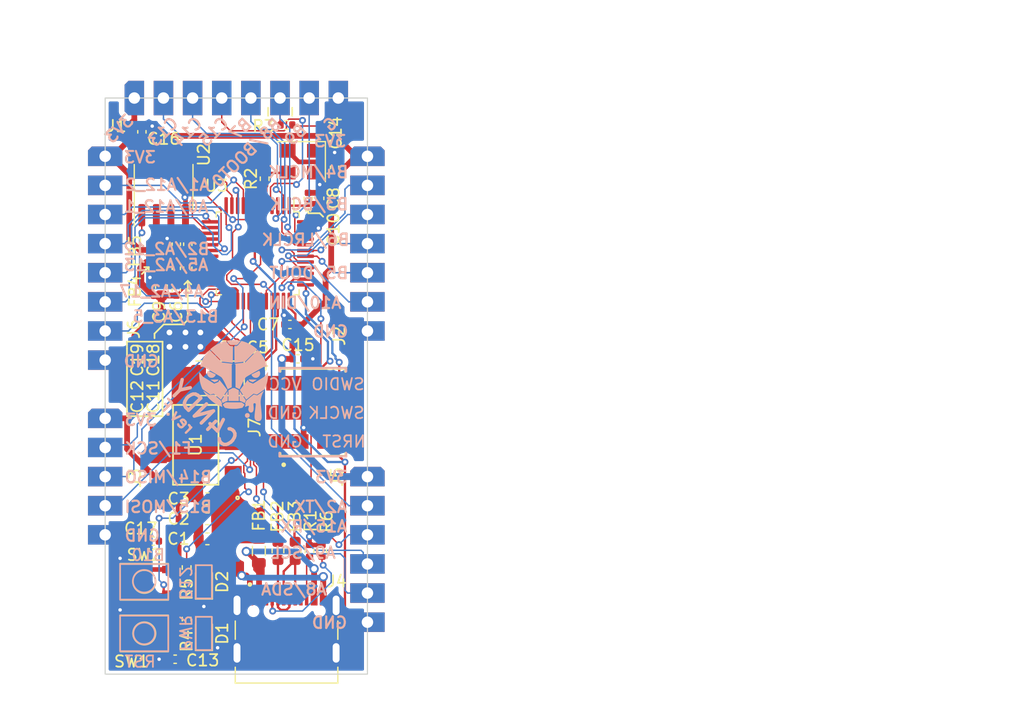
<source format=kicad_pcb>
(kicad_pcb (version 20240108) (generator "pcbnew") (generator_version "8.0")
  (title_block (title "STM32G491 Prototyping Board") (rev "1") (company "Yamamoto Works Ltd."))
  (layers (0 "F.Cu" signal) (31 "B.Cu" signal) (34 "B.Paste" user) (35 "F.Paste" user) (36 "B.SilkS" user "B.Silkscreen") (37 "F.SilkS" user "F.Silkscreen") (38 "B.Mask" user) (39 "F.Mask" user) (44 "Edge.Cuts" user))
  (net 0 "")
  (net 1 "VDD")
  (net 2 "GND")
  (net 3 "VCC")
  (net 4 "Net-(D1-A)")
  (net 5 "Net-(D2-A)")
  (net 6 "Net-(FB1-Pad1)")
  (net 7 "/DN")
  (net 8 "/USB_DM")
  (net 9 "/DP")
  (net 10 "/USB_DP")
  (net 11 "/PC13")
  (net 12 "/PC14")
  (net 13 "/PC15")
  (net 14 "/BOOT0")
  (net 15 "/PB9")
  (net 16 "/PB7")
  (net 17 "/SAI_MCLK")
  (net 18 "/SAI_BCLK")
  (net 19 "/SAI_LRCLK")
  (net 20 "/SAI_DOUT")
  (net 21 "/SAI_DIN")
  (net 22 "/SPI_SCK")
  (net 23 "/SPI_MISO")
  (net 24 "/SPI_MOSI")
  (net 25 "/I2C_SCL")
  (net 26 "/I2C_SDA")
  (net 27 "/UART_TX")
  (net 28 "/UART_RX")
  (net 29 "/ADC1_IN2")
  (net 30 "/ADC2_IN1")
  (net 31 "/ADC2_IN12")
  (net 32 "/ADC2_IN13")
  (net 33 "/ADC2_IN17")
  (net 34 "/ADC3_IN5")
  (net 35 "/NRST")
  (net 36 "Net-(X1-OUT)")
  (net 37 "Net-(U3-PF0)")
  (net 38 "/LED0")
  (net 39 "Net-(SW2-A)")
  (net 40 "/QSPI_NCS")
  (net 41 "/QSPI_IO1")
  (net 42 "/QSPI_IO2")
  (net 43 "/QSPI_IO0")
  (net 44 "/QSPI_CLK")
  (net 45 "/QSPI_IO3")
  (net 46 "Net-(U3-VREF+)")
  (net 47 "/SWDIO")
  (net 48 "/SWCLK")
  (net 52 "Net-(U3-VDDA)")
  (net 53 "Net-(J4-CC1)")
  (net 54 "Net-(J4-CC2)")
  (footprint "Capacitor_SMD:C_0402_1005Metric" (layer "F.Cu") (at 134.2 118.4 180)
    (property "Reference" "C17")
    (property "Value" "100nF")
  )
  (footprint "My_Parts:PinHeader_1x06_P2.54mm_Vertical" (layer "F.Cu") (at 152.86 112.77)
    (property "Reference" "J5")
    (property "Value" "Conn_01x06")
  )
  (footprint "Inductor_SMD:L_0805_2012Metric" (layer "F.Cu") (at 143.3943 119.25 90)
    (property "Reference" "FB1")
    (property "Value" "BLM21PG221SN1")
  )
  (footprint "Capacitor_SMD:C_0402_1005Metric" (layer "F.Cu") (at 147.7 88.5 90)
    (property "Reference" "C10")
    (property "Value" "1uF")
  )
  (footprint "Capacitor_SMD:C_0402_1005Metric" (layer "F.Cu") (at 149.9943 85.8 -90)
    (property "Reference" "C14")
    (property "Value" "100nF")
  )
  (footprint "My_Parts:PinHeader_1x08_P2.54mm_Vertical" (layer "F.Cu") (at 132.54 79.75 90)
    (property "Reference" "J1")
    (property "Value" "Conn_01x08")
  )
  (footprint "Capacitor_SMD:C_0603_1608Metric" (layer "F.Cu") (at 138.9082 118.2 180)
    (property "Reference" "C1")
    (property "Value" "10uF")
  )
  (footprint "Capacitor_SMD:C_0402_1005Metric" (layer "F.Cu") (at 146.1 99.5 180)
    (property "Reference" "C7")
    (property "Value" "100nF")
  )
  (footprint "Capacitor_SMD:C_0402_1005Metric" (layer "F.Cu") (at 136.1 128.7 180)
    (property "Reference" "C13")
    (property "Value" "100nF")
  )
  (footprint "Capacitor_SMD:C_0402_1005Metric" (layer "F.Cu") (at 136.2 94.6 -90)
    (property "Reference" "C12")
    (property "Value" "1uF")
  )
  (footprint "My_Parts:Molex_15910060" (layer "F.Cu") (at 148.1 107.167179 90)
    (property "Reference" "J7")
    (property "Value" "15910060" (hide yes))
  )
  (footprint "Capacitor_SMD:C_0603_1608Metric" (layer "F.Cu") (at 138.9082 116.45 180)
    (property "Reference" "C2")
    (property "Value" "100nF")
  )
  (footprint "My_Parts:PinHeader_1x07_P2.54mm_Vertical" (layer "F.Cu") (at 152.86 84.83)
    (property "Reference" "J2")
    (property "Value" "Conn_01x07")
  )
  (footprint "Inductor_SMD:L_0402_1005Metric" (layer "F.Cu") (at 134.7 94.1 180)
    (property "Reference" "FB4")
    (property "Value" "BLM15PX601SN1D")
  )
  (footprint "Resistor_SMD:R_0402_1005Metric" (layer "F.Cu") (at 147.81 119.25 90)
    (property "Reference" "R1")
    (property "Value" "5.1k")
  )
  (footprint "Capacitor_Tantalum_SMD:CP_EIA-3528-12_Kemet-T" (layer "F.Cu") (at 139.6582 104.2 180)
    (property "Reference" "C4")
    (property "Value" "10uF / tant")
  )
  (footprint "My_Parts:Gangyuan_UB1611-HGN" (layer "F.Cu") (at 145.81 124.5)
    (property "Reference" "J4")
    (property "Value" "UB1611-HGN")
  )
  (footprint "Resistor_SMD:R_0402_1005Metric" (layer "F.Cu") (at 148.9 119.25 90)
    (property "Reference" "R6")
    (property "Value" "5.1k")
  )
  (footprint "Capacitor_SMD:C_0402_1005Metric" (layer "F.Cu") (at 148.7 88.5 90)
    (property "Reference" "C8")
    (property "Value" "100nF")
  )
  (footprint "Capacitor_SMD:C_0603_1608Metric" (layer "F.Cu") (at 134.9 96.2 90)
    (property "Reference" "C9")
    (property "Value" "4.7uF")
  )
  (footprint "Capacitor_SMD:C_0402_1005Metric" (layer "F.Cu") (at 146.8 102.5)
    (property "Reference" "C15")
    (property "Value" "100nF")
  )
  (footprint "Capacitor_SMD:C_0402_1005Metric" (layer "F.Cu") (at 136.2 92.5 90)
    (property "Reference" "C19")
    (property "Value" "1uF")
  )
  (footprint "Resistor_SMD:R_0402_1005Metric" (layer "F.Cu") (at 143.9 86.79 -90)
    (property "Reference" "R2")
    (property "Value" "33")
  )
  (footprint "My_Parts:SOT-223_S_MCL" (layer "F.Cu") (at 137.8943 110 90)
    (property "Reference" "U1")
    (property "Value" "MIC39100-3.3WS")
  )
  (footprint "Resistor_SMD:R_0402_1005Metric" (layer "F.Cu") (at 137.1 125.2 -90)
    (property "Reference" "R4")
    (property "Value" "1k")
  )
  (footprint "Inductor_SMD:L_0603_1608Metric" (layer "F.Cu") (at 145.06 119.25 90)
    (property "Reference" "FB2")
    (property "Value" "BLM18BB121SN1")
  )
  (footprint "LED_SMD:LED_0603_1608Metric" (layer "F.Cu") (at 138.61 121.9625 90)
    (property "Reference" "D2")
    (property "Value" "LED")
  )
  (footprint "Capacitor_SMD:C_0603_1608Metric" (layer "F.Cu") (at 140.3832 101.45 180)
    (property "Reference" "C5")
    (property "Value" "100nF")
  )
  (footprint "My_Parts:PinHeader_1x05_P2.54mm_Vertical" (layer "F.Cu") (at 130 107.69)
    (property "Reference" "J3")
    (property "Value" "Conn_01x05")
  )
  (footprint "Package_QFP:LQFP-48_7x7mm_P0.5mm" (layer "F.Cu") (at 143.2943 93.3 -90)
    (property "Reference" "U3")
    (property "Value" "STM32G4A1CETx")
  )
  (footprint "Capacitor_SMD:C_0402_1005Metric" (layer "F.Cu") (at 137.2 92.5 90)
    (property "Reference" "C18")
    (property "Value" "100nF")
  )
  (footprint "My_Parts:SKRPABE010" (layer "F.Cu") (at 133.41 126.45)
    (property "Reference" "SW1")
    (property "Value" "SKRPABE010")
  )
  (footprint "Capacitor_SMD:C_0402_1005Metric" (layer "F.Cu") (at 136.2 96.5 90)
    (property "Reference" "C6")
    (property "Value" "100nF")
  )
  (footprint "Capacitor_SMD:C_0402_1005Metric" (layer "F.Cu") (at 137.2 94.6 -90)
    (property "Reference" "C11")
    (property "Value" "100nF")
  )
  (footprint "My_Parts:SKRPABE010" (layer "F.Cu") (at 133.41 121.95)
    (property "Reference" "SW2")
    (property "Value" "SKRPABE010")
  )
  (footprint "Capacitor_SMD:C_0603_1608Metric" (layer "F.Cu") (at 138.9082 114.7 180)
    (property "Reference" "C3")
    (property "Value" "10uF")
  )
  (footprint "Oscillator:Oscillator_SMD_SeikoEpson_SG8002CE-4Pin_3.2x2.5mm" (layer "F.Cu") (at 147.0943 85.3 180)
    (property "Reference" "X1" (hide yes))
    (property "Value" "SG-310SCF")
  )
  (footprint "Inductor_SMD:L_0402_1005Metric" (layer "F.Cu") (at 134.7 93 180)
    (property "Reference" "FB5")
    (property "Value" "BLM15PX601SN1D")
  )
  (footprint "Capacitor_SMD:C_0402_1005Metric" (layer "F.Cu") (at 133.2 82.7 90)
    (property "Reference" "C16")
    (property "Value" "100nF")
  )
  (footprint "Resistor_SMD:R_0402_1005Metric" (layer "F.Cu") (at 137.1 120.7 -90)
    (property "Reference" "R5")
    (property "Value" "1k")
  )
  (footprint "LED_SMD:LED_0603_1608Metric" (layer "F.Cu") (at 138.61 126.45 90)
    (property "Reference" "D1")
    (property "Value" "LED")
  )
  (footprint "Resistor_SMD:R_0402_1005Metric" (layer "F.Cu") (at 145.8 82.1 180)
    (property "Reference" "R3")
    (property "Value" "10k")
  )
  (footprint "Inductor_SMD:L_0603_1608Metric" (layer "F.Cu") (at 146.56 119.25 90)
    (property "Reference" "FB3")
    (property "Value" "BLM18BB121SN1")
  )
  (footprint "My_Parts:PinHeader_1x08_P2.54mm_Vertical" (layer "F.Cu") (at 130 84.83)
    (property "Reference" "J6")
    (property "Value" "Conn_01x08")
  )
  (footprint "Package_SO:SOIC-8_3.9x4.9mm_P1.27mm" (layer "F.Cu") (at 135.0943 87.5 90)
    (property "Reference" "U2")
    (property "Value" "IS66WVS2M8BLL")
  )
  (footprint "LOGO" (layer "B.Cu") (at 141.2 104.4 180)
    (property "Reference" "G***" (hide yes))
    (property "Value" "LOGO" (hide yes))
  )
  (gr_line (start 145.2 110.7) (end 145.2 111) (stroke (width 0.2)) (layer "B.SilkS"))
  (gr_line (start 145.2 103.3) (end 145.2 103.6) (stroke (width 0.2)) (layer "B.SilkS"))
  (gr_rect (start 137.9 125) (end 139.3 127.9) (stroke (width 0.153)) (fill none) (layer "B.SilkS"))
  (gr_line (start 151 103.6) (end 151 103.3) (stroke (width 0.2)) (layer "B.SilkS"))
  (gr_line (start 151 103.3) (end 145.2 103.3) (stroke (width 0.2)) (layer "B.SilkS"))
  (gr_line (start 145.2 111) (end 151 111) (stroke (width 0.2)) (layer "B.SilkS"))
  (gr_circle (center 133.4 121.9) (end 134.384886 121.9) (stroke (width 0.153)) (fill none) (layer "B.SilkS"))
  (gr_rect (start 131.3 120.4) (end 135.5 123.5) (stroke (width 0.153)) (fill none) (layer "B.SilkS"))
  (gr_circle (center 133.4 126.448683) (end 134.348683 126.448683) (stroke (width 0.153)) (fill none) (layer "B.SilkS"))
  (gr_rect (start 137.9 120.5) (end 139.3 123.4) (stroke (width 0.153)) (fill none) (layer "B.SilkS"))
  (gr_line (start 151 111) (end 151 110.7) (stroke (width 0.2)) (layer "B.SilkS"))
  (gr_rect (start 131.3 124.9) (end 135.5 128) (stroke (width 0.153)) (fill none) (layer "B.SilkS"))
  (gr_line (start 135 101) (end 131.9 101) (stroke (width 0.15)) (layer "F.SilkS"))
  (gr_line (start 135.1 99.5) (end 136.3 99.5) (stroke (width 0.15)) (layer "F.SilkS"))
  (gr_line (start 131.9 101.6) (end 131.9 107.4) (stroke (width 0.153)) (layer "F.SilkS"))
  (gr_line (start 136.3 99.5) (end 136.5 99.5) (stroke (width 0.15)) (layer "F.SilkS"))
  (gr_line (start 134.3 100.3) (end 135.1 99.5) (stroke (width 0.15)) (layer "F.SilkS"))
  (gr_line (start 131.9 101) (end 131.9 101.6) (stroke (width 0.15)) (layer "F.SilkS"))
  (gr_line (start 147.5 89.6) (end 147.7 89.4) (stroke (width 0.15)) (layer "F.SilkS"))
  (gr_line (start 137.2 98.8) (end 137.2 95.7) (stroke (width 0.15)) (layer "F.SilkS"))
  (gr_line (start 133.4 94.5) (end 133.8 94.5) (stroke (width 0.15)) (layer "F.SilkS"))
  (gr_line (start 147.7 89.4) (end 147.9 89.6) (stroke (width 0.15)) (layer "F.SilkS"))
  (gr_line (start 135 105.7) (end 135 101) (stroke (width 0.15)) (layer "F.SilkS"))
  (gr_line (start 131.9 107.5) (end 135 107.5) (stroke (width 0.153)) (layer "F.SilkS"))
  (gr_line (start 147.7 89.4) (end 147.7 89.8) (stroke (width 0.15)) (layer "F.SilkS"))
  (gr_line (start 134.3 100.7) (end 134.3 100.3) (stroke (width 0.15)) (layer "F.SilkS"))
  (gr_line (start 133.8 94.5) (end 133.8 94.9) (stroke (width 0.15)) (layer "F.SilkS"))
  (gr_line (start 148.7 89.8) (end 149 90.1) (stroke (width 0.15)) (layer "F.SilkS"))
  (gr_line (start 137.2 95.7) (end 136.9 96) (stroke (width 0.15)) (layer "F.SilkS"))
  (gr_line (start 136.8 99.5) (end 136.5 99.5) (stroke (width 0.15)) (layer "F.SilkS"))
  (gr_line (start 144.2 80.6) (end 144.2 81.3) (stroke (width 0.15)) (layer "F.SilkS"))
  (gr_line (start 146.3 81.3) (end 146.3 80.6) (stroke (width 0.15)) (layer "F.SilkS"))
  (gr_line (start 133.8 94.5) (end 133.2 95.1) (stroke (width 0.15)) (layer "F.SilkS"))
  (gr_line (start 135 107.5) (end 135 105.7) (stroke (width 0.153)) (layer "F.SilkS"))
  (gr_line (start 137.2 99.1) (end 136.8 99.5) (stroke (width 0.15)) (layer "F.SilkS"))
  (gr_line (start 137.2 95.7) (end 137.5 96) (stroke (width 0.15)) (layer "F.SilkS"))
  (gr_line (start 137.2 98.8) (end 137.2 99.1) (stroke (width 0.15)) (layer "F.SilkS"))
  (gr_line (start 147.7 89.8) (end 148.7 89.8) (stroke (width 0.15)) (layer "F.SilkS"))
  (gr_rect (start 130 79.75) (end 152.86 130) (stroke (width 0.1)) (fill none) (layer "Edge.Cuts"))
  (gr_text "C4NDY" (at 140.7 110.7 315) (layer "B.SilkS") (effects (font (size 1.5 1.5) (thickness 0.3) (bold yes)) (justify left bottom mirror)))
  (gr_text "A8/SDA" (at 149.4 123.2 0) (layer "B.SilkS") (effects (font (size 1 1) (thickness 0.1875)) (justify left bottom mirror)))
  (gr_text "B15/MOSI" (at 139.409523 116 0) (layer "B.SilkS") (effects (font (size 1 1) (thickness 0.1875)) (justify left bottom mirror)))
  (gr_text "A15/RX" (at 151.2 117.7 0) (layer "B.SilkS") (effects (font (size 1 1) (thickness 0.1875)) (justify left bottom mirror)))
  (gr_text "B7" (at 143 82.1 45) (layer "B.SilkS") (effects (font (size 1 1) (thickness 0.1875)) (justify left bottom mirror)))
  (gr_text "RST" (at 134.5 129.5 0) (layer "B.SilkS") (effects (font (size 1 1) (thickness 0.153)) (justify left bottom mirror)))
  (gr_text "A9/SCL" (at 150.2 120 0) (layer "B.SilkS") (effects (font (size 1 1) (thickness 0.1875)) (justify left bottom mirror)))
  (gr_text "rev.F" (at 137.2 109.3 315) (layer "B.SilkS") (effects (font (size 1 1) (thickness 0.2) (bold yes)) (justify left bottom mirror)))
  (gr_text "B9" (at 147.8 82.6 45) (layer "B.SilkS") (effects (font (size 1 1) (thickness 0.1875)) (justify left bottom mirror)))
  (gr_text "B8/BOOT0" (at 145.6 82.1 45) (layer "B.SilkS") (effects (font (size 1 1) (thickness 0.1875)) (justify left bottom mirror)))
  (gr_text "C15" (at 141 82 45) (layer "B.SilkS") (effects (font (size 1 1) (thickness 0.1875)) (justify left bottom mirror)))
  (gr_text "3V3" (at 132.7 81.8 45) (layer "B.SilkS") (effects (font (size 1 1) (thickness 0.1875)) (justify left bottom mirror)))
  (gr_text "B12" (at 136.4 123.6 270) (layer "B.SilkS") (effects (font (size 1 1) (thickness 0.153)) (justify left bottom mirror)))
  (gr_text "F1/SCK" (at 137.647619 110.9 0) (layer "B.SilkS") (effects (font (size 1 1) (thickness 0.1875)) (justify left bottom mirror)))
  (gr_text "3V3" (at 134.6 108.4 0) (layer "B.SilkS") (effects (font (size 1 1) (thickness 0.1875)) (justify left bottom mirror)))
  (gr_text "VCC" (at 147.2 105.3 0) (layer "B.SilkS") (effects (font (size 1 1) (thickness 0.153)) (justify left bottom mirror)))
  (gr_text "SWDIO" (at 152.7 105.3 0) (layer "B.SilkS") (effects (font (size 1 1) (thickness 0.153)) (justify left bottom mirror)))
  (gr_text "3V3" (at 151.2 113.4 0) (layer "B.SilkS") (effects (font (size 1 1) (thickness 0.1875)) (justify left bottom mirror)))
  (gr_text "GND" (at 134.8 103.3 0) (layer "B.SilkS") (effects (font (size 1 1) (thickness 0.1875)) (justify left bottom mirror)))
  (gr_text "B13/A3_5" (at 140 99.4 0) (layer "B.SilkS") (effects (font (size 1 1) (thickness 0.1875)) (justify left bottom mirror)))
  (gr_text "B4/MCLK" (at 151.3 86.8 0) (layer "B.SilkS") (effects (font (size 1 1) (thickness 0.1875)) (justify left bottom mirror)))
  (gr_text "A4/A2_17" (at 138.7 97.2 0) (layer "B.SilkS") (effects (font (size 1 1) (thickness 0.1875)) (justify left bottom mirror)))
  (gr_text "G" (at 150.5 82 45) (layer "B.SilkS") (effects (font (size 1 1) (thickness 0.1875)) (justify left bottom mirror)))
  (gr_text "GND" (at 147.3 107.8 0) (layer "B.SilkS") (effects (font (size 1 1) (thickness 0.153)) (justify left bottom mirror)))
  (gr_text "GND" (at 147.3 110.3 0) (layer "B.SilkS") (effects (font (size 1 1) (thickness 0.153)) (justify left bottom mirror)))
  (gr_text "A5/A2_13" (at 139.1 94.9 0) (layer "B.SilkS") (effects (font (size 1 1) (thickness 0.1875)) (justify left bottom mirror)))
  (gr_text "B5/DOUT" (at 151.3 95.6 0) (layer "B.SilkS") (effects (font (size 1 1) (thickness 0.1875)) (justify left bottom mirror)))
  (gr_text "B2/A2_12" (at 139.2 93.5 0) (layer "B.SilkS") (effects (font (size 1 1) (thickness 0.1875)) (justify left bottom mirror)))
  (gr_text "B14/MISO" (at 139.409523 113.4 0) (layer "B.SilkS") (effects (font (size 1 1) (thickness 0.1875)) (justify left bottom mirror)))
  (gr_text "3V3" (at 151.1 84.1 0) (layer "B.SilkS") (effects (font (size 1 1) (thickness 0.1875)) (justify left bottom mirror)))
  (gr_text "A2/TX" (at 151.2 116 0) (layer "B.SilkS") (effects (font (size 1 1) (thickness 0.1875)) (justify left bottom mirror)))
  (gr_text "B6/LRCLK" (at 151.4 92.7 0) (layer "B.SilkS") (effects (font (size 1 1) (thickness 0.1875)) (justify left bottom mirror)))
  (gr_text "B3/BCLK" (at 151.3 89.6 0) (layer "B.SilkS") (effects (font (size 1 1) (thickness 0.1875)) (justify left bottom mirror)))
  (gr_text "C14" (at 138.7 82 45) (layer "B.SilkS") (effects (font (size 1 1) (thickness 0.1875)) (justify left bottom mirror)))
  (gr_text "GND" (at 134.885714 118.5 0) (layer "B.SilkS") (effects (font (size 1 1) (thickness 0.1875)) (justify left bottom mirror)))
  (gr_text "C13" (at 136.6 82 45) (layer "B.SilkS") (effects (font (size 1 1) (thickness 0.1875)) (justify left bottom mirror)))
  (gr_text "A10/DIN" (at 150.7 98.2 0) (layer "B.SilkS") (effects (font (size 1 1) (thickness 0.1875)) (justify left bottom mirror)))
  (gr_text "SWCLK" (at 152.7 107.8 0) (layer "B.SilkS") (effects (font (size 1 1) (thickness 0.153)) (justify left bottom mirror)))
  (gr_text "3V3" (at 134.514286 85.5 0) (layer "B.SilkS") (effects (font (size 1 1) (thickness 0.1875)) (justify left bottom mirror)))
  (gr_text "B10" (at 135.3 120.2 0) (layer "B.SilkS") (effects (font (size 1 1) (thickness 0.153)) (justify left bottom mirror)))
  (gr_text "PWR" (at 136.4 128.1 270) (layer "B.SilkS") (effects (font (size 1 1) (thickness 0.153)) (justify left bottom mirror)))
  (gr_text "GND" (at 151.3 100.7 0) (layer "B.SilkS") (effects (font (size 1 1) (thickness 0.1875)) (justify left bottom mirror)))
  (gr_text "A0/A12_1" (at 139.1 89.8 0) (layer "B.SilkS") (effects (font (size 1 1) (thickness 0.1875)) (justify left bottom mirror)))
  (gr_text "A1/A12_2" (at 139.2 87.9 0) (layer "B.SilkS") (effects (font (size 1 1) (thickness 0.1875)) (justify left bottom mirror)))
  (gr_text "GND" (at 151.2 126.1 0) (layer "B.SilkS") (effects (font (size 1 1) (thickness 0.1875)) (justify left bottom mirror)))
  (gr_text "NRST" (at 152.8 110.3 0) (layer "B.SilkS") (effects (font (size 1 1) (thickness 0.153)) (justify left bottom mirror)))
  (segment (start 139.6832 114.7) (end 140.6 114.7) (width 0.8) (layer "F.Cu") (net 1))
  (segment (start 139.683 118.2) (end 139.683 114.7) (width 0.8) (layer "F.Cu") (net 1))
  (segment (start 139.683 114.7) (end 139.6832 114.7) (width 0.8) (layer "F.Cu") (net 1))
  (segment (start 141.158 114.142) (end 141.158 112.3) (width 0.8) (layer "F.Cu") (net 1))
  (segment (start 143.394 118.188) (end 139.696 118.188) (width 0.8) (layer "F.Cu") (net 1))
  (segment (start 140.6 114.7) (end 141.158 114.142) (width 0.8) (layer "F.Cu") (net 1))
  (segment (start 139.696 118.188) (end 139.683 118.2) (width 0.8) (layer "F.Cu") (net 1))
  (segment (start 137.9 93) (end 137.9 92.72) (width 0.2) (layer "F.Cu") (net 2))
  (segment (start 131.3 124.4) (end 131.3 125.34) (width 0.4) (layer "F.Cu") (net 2))
  (segment (start 138.6 122.76) (end 138.6 124.1) (width 0.4) (layer "F.Cu") (net 2))
  (segment (start 132.35 117.85) (end 131 117.85) (width 0.5) (layer "F.Cu") (net 2))
  (segment (start 131.335 120.875) (end 135.485 120.875) (width 0.4) (layer "F.Cu") (net 2))
  (segment (start 145.62 99.5) (end 145.62 98.720006) (width 0.4) (layer "F.Cu") (net 2))
  (segment (start 138.121 108.821) (end 139.3 110) (width 0.8) (layer "F.Cu") (net 2))
  (segment (start 131.3 120.84) (end 131.335 120.875) (width 0.4) (layer "F.Cu") (net 2))
  (segment (start 150.32 81.38) (end 149.5095 82.1905) (width 0.127) (layer "F.Cu") (net 2))
  (segment (start 138.121 104.2) (end 138.121 108.821) (width 0.8) (layer "F.Cu") (net 2))
  (segment (start 147.81 118.74) (end 147.81 118.01) (width 0.4) (layer "F.Cu") (net 2))
  (segment (start 137.2 95.08) (end 136.2 95.08) (width 0.4) (layer "F.Cu") (net 2))
  (segment (start 136.966 110) (end 138.133 111.167) (width 0.8) (layer "F.Cu") (net 2))
  (segment (start 140.2 119.7) (end 141.9 121.4) (width 0.4) (layer "F.Cu") (net 2))
  (segment (start 145.5443 97.4625) (end 145.5443 98.644306) (width 0.2) (layer "F.Cu") (net 2))
  (segment (start 135.62 128.7) (end 134.7 128.7) (width 0.4) (layer "F.Cu") (net 2))
  (segment (start 147.4568 91.05) (end 148.538519 91.05) (width 0.127) (layer "F.Cu") (net 2))
  (segment (start 147.3 107.2) (end 147.3 108.5) (width 0.5) (layer "F.Cu") (net 2))
  (segment (start 138.303 101.45) (end 139.608 101.45) (width 0.8) (layer "F.Cu") (net 2))
  (segment (start 138.1332 114.7) (end 138.1332 116.45) (width 0.127) (layer "F.Cu") (net 2))
  (segment (start 136.9993 89.975) (end 136.9993 88.461401) (width 0.4) (layer "F.Cu") (net 2))
  (segment (start 141.791133 128.7095) (end 141.800633 128.7) (width 0.2) (layer "F.Cu") (net 2))
  (segment (start 139.608 103.792) (end 139.2 104.2) (width 0.8) (layer "F.Cu") (net 2))
  (segment (start 135.245 95.08) (end 134.9 95.425) (width 0.4) (layer "F.Cu") (net 2))
  (segment (start 139.1318 95.55) (end 137.67 95.55) (width 0.2) (layer "F.Cu") (net 2))
  (segment (start 131.3 119.9) (end 131.3 120.84) (width 0.4) (layer "F.Cu") (net 2))
  (segment (start 139.072 127.7) (end 139.800014 127.7) (width 0.4) (layer "F.Cu") (net 2))
  (segment (start 145.88 107.167179) (end 147.267179 107.167179) (width 0.127) (layer "F.Cu") (net 2))
  (segment (start 136.2 96.02) (end 135.495 96.02) (width 0.5) (layer "F.Cu") (net 2))
  (segment (start 134.08 82.22) (end 134.1 82.2) (width 0.4) (layer "F.Cu") (net 2))
  (segment (start 147.81 118.01) (end 147.8 118) (width 0.127) (layer "F.Cu") (net 2))
  (segment (start 139.3 110) (end 138.133 111.167) (width 0.8) (layer "F.Cu") (net 2))
  (segment (start 138.133 118.2) (end 138.133 119.133) (width 0.4) (layer "F.Cu") (net 2))
  (segment (start 149.5095 82.1905) (end 146.4005 82.1905) (width 0.127) (layer "F.Cu") (net 2))
  (segment (start 147.81 118.74) (end 148.9 118.74) (width 0.4) (layer "F.Cu") (net 2))
  (segment (start 147.28 102.5) (end 148.1 102.5) (width 0.5) (layer "F.Cu") (net 2))
  (segment (start 145.5443 98.644306) (end 145.6 98.700006) (width 0.2) (layer "F.Cu") (net 2))
  (segment (start 149.994 84.5058) (end 150 84.5) (width 0.2) (layer "F.Cu") (net 2))
  (segment (start 135.495 96.02) (end 134.9 95.425) (width 0.5) (layer "F.Cu") (net 2))
  (segment (start 138.61 127.2375) (end 138.61 127.238) (width 0.127) (layer "F.Cu") (net 2))
  (segment (start 146.4005 82.1905) (end 146.31 82.1) (width 0.127) (layer "F.Cu") (net 2))
  (segment (start 133.72 118.4) (end 132.9 118.4) (width 0.5) (layer "F.Cu") (net 2))
  (segment (start 133.2 82.22) (end 134.08 82.22) (width 0.4) (layer "F.Cu") (net 2))
  (segment (start 142.61 121.71) (end 142.3 121.4) (width 0.5) (layer "F.Cu") (net 2))
  (segment (start 138.61 127.238) (end 139.072 127.7) (width 0.4) (layer "F.Cu") (net 2))
  (segment (start 134.875 95.4) (end 134.9 95.425) (width 0.5) (layer "F.Cu") (net 2))
  (segment (start 141.188867 128.7095) (end 141.791133 128.7095) (width 0.2) (layer "F.Cu") (net 2))
  (segment (start 147.3 109.7) (end 147.3 108.5) (width 0.5) (layer "F.Cu") (net 2))
  (segment (start 139.2 104.2) (end 138.121 104.2) (width 0.8) (layer "F.Cu") (net 2))
  (segment (start 147.292821 109.707179) (end 147.3 109.7) (width 0.127) (layer "F.Cu") (net 2))
  (segment (start 136.2 95.08) (end 135.245 95.08) (width 0.4) (layer "F.Cu") (net 2))
  (segment (start 145.62 98.720006) (end 145.6 98.700006) (width 0.4) (layer "F.Cu") (net 2))
  (segment (start 150.32 80.75) (end 150.32 81.38) (width 0.127) (layer "F.Cu") (net 2))
  (segment (start 136.2 92.02) (end 135.42 92.02) (width 0.4) (layer "F.Cu") (net 2))
  (segment (start 137.2 92.02) (end 136.2 92.02) (width 0.4) (layer "F.Cu") (net 2))
  (segment (start 138.61 122.75) (end 138.6 122.76) (width 0.4) (layer "F.Cu") (net 2))
  (segment (start 138.3 101.453) (end 138.303 101.45) (width 0.4) (layer "F.Cu") (net 2))
  (segment (start 142.3 121.4) (end 141.9 121.4) (width 0.5) (layer "F.Cu") (net 2))
  (segment (start 139.1318 93.55) (end 138.45 93.55) (width 0.2) (layer "F.Cu") (net 2))
  (segment (start 147.7 88.02) (end 148.7 88.02) (width 0.5) (layer "F.Cu") (net 2))
  (segment (start 149.9943 85.32) (end 149.994 85.32) (width 0.127) (layer "F.Cu") (net 2))
  (segment (start 147.267179 107.167179) (end 147.3 107.2) (width 0.127) (layer "F.Cu") (net 2))
  (segment (start 145.88 109.707179) (end 147.292821 109.707179) (width 0.127) (layer "F.Cu") (net 2))
  (segment (start 141.158 110) (end 139.3 110) (width 0.8) (layer "F.Cu") (net 2))
  (segment (start 141.158 110) (end 141.1582 110) (width 0.127) (layer "F.Cu") (net 2))
  (segment (start 131.335 125.375) (end 135.485 125.375) (width 0.4) (layer "F.Cu") (net 2))
  (segment (start 133.9 95.4) (end 134.875 95.4) (width 0.5) (layer "F.Cu") (net 2))
  (segment (start 134.63 110) (end 134.6304 110) (width 0.8) (layer "F.Cu") (net 2))
  (segment (start 149.01 123.435) (end 149.01 121.5) (width 0.5) (layer "F.Cu") (net 2))
  (segment (start 138.45 93.55) (end 137.9 93) (width 0.2) (layer "F.Cu") (net 2))
  (segment (start 135.42 92.02) (end 135.4 92) (width 0.4) (layer "F.Cu") (net 2))
  (segment (start 141.179367 128.7) (end 141.188867 128.7095) (width 0.2) (layer "F.Cu") (net 2))
  (segment (start 135.5 120.86) (end 135.485 120.875) (width 0.127) (layer "F.Cu") (net 2))
  (segment (start 138.7 119.7) (end 140.2 119.7) (width 0.4) (layer "F.Cu") (net 2))
  (segment (start 131.3 125.34) (end 131.335 125.375) (width 0.127) (layer "F.Cu") (net 2))
  (segment (start 137.9 92.72) (end 137.2 92.02) (width 0.2) (layer "F.Cu") (net 2))
  (segment (start 139.608 101.45) (end 139.608 103.792) (width 0.8) (layer "F.Cu") (net 2))
  (segment (start 148.7 88.02) (end 148.7 87.3) (width 0.5) (layer "F.Cu") (net 2))
  (segment (start 149.994 85.32) (end 149.994 84.5058) (width 0.4) (layer "F.Cu") (net 2))
  (segment (start 132.9 118.4) (end 132.35 117.85) (width 0.5) (layer "F.Cu") (net 2))
  (segment (start 138.133 118.2) (end 138.133 111.167) (width 0.8) (layer "F.Cu") (net 2))
  (segment (start 145.8943 84.35) (end 146.8643 85.32) (width 0.4) (layer "F.Cu") (net 2))
  (segment (start 136.9993 88.461401) (end 136.947399 88.4095) (width 0.4) (layer "F.Cu") (net 2))
  (segment (start 137.67 95.55) (end 137.2 95.08) (width 0.2) (layer "F.Cu") (net 2))
  (segment (start 148.538519 91.05) (end 148.588519 91.1) (width 0.127) (layer "F.Cu") (net 2))
  (segment (start 142.61 123.435) (end 142.61 121.71) (width 0.5) (layer "F.Cu") (net 2))
  (segment (start 134.6304 110) (end 136.966 110) (width 0.8) (layer "F.Cu") (net 2))
  (segment (start 138.133 119.133) (end 138.7 119.7) (width 0.4) (layer "F.Cu") (net 2))
  (segment (start 146.8643 85.32) (end 149.9943 85.32) (width 0.4) (layer "F.Cu") (net 2))
  (via (at 134.7 128.7) (size 0.6) (drill 0.3) (layers "F.Cu" "B.Cu") (net 2))
  (via (at 141.9 121.4) (size 0.8) (drill 0.5) (layers "F.Cu" "B.Cu") (net 2))
  (via (at 138.6 124.1) (size 0.6) (drill 0.3) (layers "F.Cu" "B.Cu") (net 2))
  (via (at 133.9 95.4) (size 0.6) (drill 0.3) (layers "F.Cu" "B.Cu") (net 2))
  (via (at 135.6 100.2) (size 0.9) (drill 0.5) (layers "F.Cu" "B.Cu") (net 2))
  (via (at 135.4 92) (size 0.6) (drill 0.3) (layers "F.Cu" "B.Cu") (net 2))
  (via (at 149.01 121.5) (size 0.8) (drill 0.5) (layers "F.Cu" "B.Cu") (net 2))
  (via (at 135.6 101.453) (size 0.9) (drill 0.5) (layers "F.Cu" "B.Cu") (net 2))
  (via (at 147.8 118) (size 0.6) (drill 0.3) (layers "F.Cu" "B.Cu") (net 2))
  (via (at 131.3 124.4) (size 0.6) (drill 0.3) (layers "F.Cu" "B.Cu") (net 2))
  (via (at 131.3 119.9) (size 0.6) (drill 0.3) (layers "F.Cu" "B.Cu") (net 2))
  (via (at 148.588519 91.1) (size 0.6) (drill 0.3) (layers "F.Cu" "B.Cu") (net 2))
  (via (at 150 84.5) (size 0.6) (drill 0.3) (layers "F.Cu" "B.Cu") (net 2))
  (via (at 138.3 101.453) (size 0.9) (drill 0.5) (layers "F.Cu" "B.Cu") (net 2))
  (via (at 145.6 98.700006) (size 0.6) (drill 0.3) (layers "F.Cu" "B.Cu") (net 2))
  (via (at 148.1 102.5) (size 0.6) (drill 0.3) (layers "F.Cu" "B.Cu") (net 2))
  (via (at 139.800014 127.7) (size 0.6) (drill 0.3) (layers "F.Cu" "B.Cu") (net 2))
  (via (at 136.947399 88.4095) (size 0.6) (drill 0.3) (layers "F.Cu" "B.Cu") (net 2))
  (via (at 137 101.453) (size 0.9) (drill 0.5) (layers "F.Cu" "B.Cu") (net 2))
  (via (at 147.3 108.5) (size 0.6) (drill 0.3) (layers "F.Cu" "B.Cu") (net 2))
  (via (at 137 100.2) (size 0.9) (drill 0.5) (layers "F.Cu" "B.Cu") (net 2))
  (via (at 148.7 87.3) (size 0.6) (drill 0.3) (layers "F.Cu" "B.Cu") (net 2))
  (via (at 134.1 82.2) (size 0.6) (drill 0.3) (layers "F.Cu" "B.Cu") (net 2))
  (via (at 138.3 100.2) (size 0.9) (drill 0.5) (layers "F.Cu" "B.Cu") (net 2))
  (segment (start 142 121.5) (end 142.087001 121.587001) (width 0.5) (layer "B.Cu") (net 2))
  (segment (start 142.087001 121.587001) (end 148.922999 121.587001) (width 0.5) (layer "B.Cu") (net 2))
  (segment (start 151.86 100.06) (end 151.86 100.07) (width 0.127) (layer "B.Cu") (net 2))
  (segment (start 148.922999 121.587001) (end 149.01 121.5) (width 0.5) (layer "B.Cu") (net 2))
  (segment (start 145.671 98.771006) (end 145.6 98.700006) (width 0.127) (layer "B.Cu") (net 2))
  (segment (start 141.9 121.4) (end 142 121.5) (width 0.4) (layer "B.Cu") (net 2))
  (segment (start 151.86 84.83) (end 150.081 83.051) (width 0.5) (layer "F.Cu") (net 3))
  (segment (start 146.314 99.766) (end 146.32 99.772) (width 0.5) (layer "F.Cu") (net 3))
  (segment (start 141.158 104.162) (end 141.1957 104.1997) (width 0.8) (layer "F.Cu") (net 3))
  (segment (start 149.994 86.28) (end 149.994 88.196993) (width 0.5) (layer "F.Cu") (net 3))
  (segment (start 134.175 96.975) (end 134.9 96.975) (width 0.6) (layer "F.Cu") (net 3))
  (segment (start 146.314 99.766) (end 146.58 99.5) (width 0.5) (layer "F.Cu") (net 3))
  (segment (start 141.1582 107.7) (end 141.196 107.6622) (width 0.127) (layer "F.Cu") (net 3))
  (segment (start 134.215 93) (end 133 93) (width 0.5) (layer "F.Cu") (net 3))
  (segment (start 149.9943 86.28) (end 150.41 86.28) (width 0.5) (layer "F.Cu") (net 3))
  (segment (start 131.91 107.69) (end 132.6 107) (width 0.5) (layer "F.Cu") (net 3))
  (segment (start 148.2943 86.25) (end 148.2942 86.2501) (width 0.127) (layer "F.Cu") (net 3))
  (segment (start 132.1 92.1) (end 132.1 86.43) (width 0.5) (layer "F.Cu") (net 3))
  (segment (start 135.72 83.18) (end 133.2 83.18) (width 0.5) (layer "F.Cu") (net 3))
  (segment (start 149.994 88.196993) (end 149.210812 88.980181) (width 0.5) (layer "F.Cu") (net 3))
  (segment (start 132.32 83.18) (end 133.2 83.18) (width 0.5) (layer "F.Cu") (net 3))
  (segment (start 131.91 110.3704) (end 136.4 114.8604) (width 0.5) (layer "F.Cu") (net 3))
  (segment (start 134.9 98.2) (end 134.9 96.975) (width 0.6) (layer "F.Cu") (net 3))
  (segment (start 149.210812 88.980181) (end 148.700181 88.980181) (width 0.5) (layer "F.Cu") (net 3))
  (segment (start 133.1 95.9) (end 134.175 96.975) (width 0.6) (layer "F.Cu") (net 3))
  (segment (start 130.5 84.83) (end 130.67 84.83) (width 0.4) (layer "F.Cu") (net 3))
  (segment (start 133.2 83.18) (end 133.2 85.0143) (width 0.4) (layer "F.Cu") (net 3))
  (segment (start 133.1 94.6) (end 133.1 95.9) (width 0.6) (layer "F.Cu") (net 3))
  (segment (start 146.0443 89.1375) (end 147.5425 89.1375) (width 0.2) (layer "F.Cu") (net 3))
  (segment (start 135.6 98.9) (end 134.9 98.2) (width 0.6) (layer "F.Cu") (net 3))
  (segment (start 141.196 107.6622) (end 141.196 107.662) (width 0.127) (layer "F.Cu") (net 3))
  (segment (start 137.13 96.05) (end 136.2 96.98) (width 0.2) (layer "F.Cu") (net 3))
  (segment (start 132.32 81.88) (end 132.54 81.66) (width 0.5) (layer "F.Cu") (net 3))
  (segment (start 133.2 85.0143) (end 133.1893 85.025) (width 0.4) (layer "F.Cu") (net 3))
  (segment (start 141.1957 104.1997) (end 141.1957 104.2) (width 0.127) (layer "F.Cu") (net 3))
  (segment (start 133 93) (end 132.1 92.1) (width 0.5) (layer "F.Cu") (net 3))
  (segment (start 136.2 96.98) (end 134.905 96.98) (width 0.5) (layer "F.Cu") (net 3))
  (segment (start 134.215 94.1) (end 133.6 94.1) (width 0.6) (layer "F.Cu") (net 3))
  (segment (start 149.2143 95.0857) (end 149.7 94.6) (width 0.5) (layer "F.Cu") (net 3))
  (segment (start 149.994 86.28) (end 148.324 86.28) (width 0.5) (layer "F.Cu") (net 3))
  (segment (start 135.849 83.051) (end 135.72 83.18) (width 0.5) (layer "F.Cu") (net 3))
  (segment (start 141.1957 104.1997) (end 141.196 104.2) (width 0.8) (layer "F.Cu") (net 3))
  (segment (start 132.6 100.5) (end 132.6 101.1) (width 0.6) (layer "F.Cu") (net 3))
  (segment (start 146.58 98.58) (end 146.58 99.5) (width 0.2) (layer "F.Cu") (net 3))
  (segment (start 146.0443 98.0443) (end 146.58 98.58) (width 0.2) (layer "F.Cu") (net 3))
  (segment (start 141.1582 101.45) (end 141.158 101.45) (width 0.127) (layer "F.Cu") (net 3))
  (segment (start 139.1318 96.05) (end 137.13 96.05) (width 0.2) (layer "F.Cu") (net 3))
  (segment (start 132.6 107) (end 132.6 101.1) (width 0.5) (layer "F.Cu") (net 3))
  (segment (start 136.4 114.8604) (end 136.4 123.99) (width 0.5) (layer "F.Cu") (net 3))
  (segment (start 146.32 102.5) (end 145.4 102.5) (width 0.5) (layer "F.Cu") (net 3))
  (segment (start 130.67 84.83) (end 132.32 83.18) (width 0.5) (layer "F.Cu") (net 3))
  (segment (start 146.0443 97.4625) (end 146.0443 98.0443) (width 0.2) (layer "F.Cu") (net 3))
  (segment (start 148.700181 88.980181) (end 148.7 88.98) (width 0.5) (layer "F.Cu") (net 3))
  (segment (start 138.608 98.9) (end 135.6 98.9) (width 0.6) (layer "F.Cu") (net 3))
  (segment (start 148.7 88.98) (end 148.7 89.8) (width 0.2) (layer "F.Cu") (net 3))
  (segment (start 147.95 90.55) (end 147.4568 90.55) (width 0.2) (layer "F.Cu") (net 3))
  (segment (start 141.158 101.45) (end 138.608 98.9) (width 0.6) (layer "F.Cu") (net 3))
  (segment (start 147.5425 89.1375) (end 147.7 88.98) (width 0.2) (layer "F.Cu") (net 3))
  (segment (start 149.7 94.6) (end 149.7 89.469369) (width 0.5) (layer "F.Cu") (net 3))
  (segment (start 146.58 99.5) (end 147.2 99.5) (width 0.5) (layer "F.Cu") (net 3))
  (segment (start 150.081 83.051) (end 135.849 83.051) (width 0.5) (layer "F.Cu") (net 3))
  (segment (start 134.905 96.98) (end 134.9 96.975) (width 0.5) (layer "F.Cu") (net 3))
  (segment (start 134.9 98.2) (end 132.6 100.5) (width 0.6) (layer "F.Cu") (net 3))
  (segment (start 133.6 94.1) (end 133.1 94.6) (width 0.6) (layer "F.Cu") (net 3))
  (segment (start 148.7 88.98) (end 147.7 88.98) (width 0.5) (layer "F.Cu") (net 3))
  (segment (start 141.158 101.45) (end 141.158 104.162) (width 0.8) (layer "F.Cu") (net 3))
  (segment (start 131.91 107.69) (end 131.91 110.3704) (width 0.5) (layer "F.Cu") (net 3))
  (segment (start 147.2 99.5) (end 149.2143 97.4857) (width 0.5) (layer "F.Cu") (net 3))
  (segment (start 148.7 89.8) (end 147.95 90.55) (width 0.2) (layer "F.Cu") (net 3))
  (segment (start 132.54 81.66) (end 132.54 80.25) (width 0.5) (layer "F.Cu") (net 3))
  (segment (start 134.215 94.1) (end 134.215 93) (width 0.5) (layer "F.Cu") (net 3))
  (segment (start 149.9943 86.28) (end 149.994 86.28) (width 0.5) (layer "F.Cu") (net 3))
  (segment (start 150.41 86.28) (end 151.86 84.83) (width 0.5) (layer "F.Cu") (net 3))
  (segment (start 131.91 107.69) (end 131 107.69) (width 0.5) (layer "F.Cu") (net 3))
  (segment (start 149.7 89.469369) (end 149.210812 88.980181) (width 0.5) (layer "F.Cu") (net 3))
  (segment (start 136.4 123.99) (end 137.1 124.69) (width 0.5) (layer "F.Cu") (net 3))
  (segment (start 146.32 99.772) (end 146.32 102.5) (width 0.5) (layer "F.Cu") (net 3))
  (segment (start 146.314 102.494) (end 146.32 102.5) (width 0.127) (layer "F.Cu") (net 3))
  (segment (start 132.1 86.43) (end 130.5 84.83) (width 0.5) (layer "F.Cu") (net 3))
  (segment (start 145.4 102.5) (end 145.4 104.147179) (width 0.6) (layer "F.Cu") (net 3))
  (segment (start 141.196 104.2) (end 141.196 107.662) (width 1) (layer "F.Cu") (net 3))
  (segment (start 149.2143 97.4857) (end 149.2143 95.0857) (width 0.5) (layer "F.Cu") (net 3))
  (segment (start 132.32 83.18) (end 132.32 81.88) (width 0.5) (layer "F.Cu") (net 3))
  (segment (start 145.4 104.147179) (end 145.88 104.627179) (width 0.5) (layer "F.Cu") (net 3))
  (via (at 145.4 102.5) (size 0.8) (drill 0.5) (layers "F.Cu" "B.Cu") (net 3))
  (segment (start 149.47 112.77) (end 145.4 108.7) (width 0.6) (layer "B.Cu") (net 3))
  (segment (start 145.4 108.7) (end 145.4 102.5) (width 0.6) (layer "B.Cu") (net 3))
  (segment (start 151.86 112.77) (end 149.47 112.77) (width 0.6) (layer "B.Cu") (net 3))
  (segment (start 138.586 125.686) (end 138.61 125.662) (width 0.4) (layer "F.Cu") (net 4))
  (segment (start 138.5865 125.686) (end 138.61 125.6625) (width 0.127) (layer "F.Cu") (net 4))
  (segment (start 137.1 125.71) (end 138.562 125.71) (width 0.4) (layer "F.Cu") (net 4))
  (segment (start 138.586 125.686) (end 138.5865 125.686) (width 0.127) (layer "F.Cu") (net 4))
  (segment (start 138.562 125.71) (end 138.586 125.686) (width 0.4) (layer "F.Cu") (net 4))
  (segment (start 138.575 121.21) (end 138.61 121.175) (width 0.4) (layer "F.Cu") (net 5))
  (segment (start 137.1 121.21) (end 138.575 121.21) (width 0.4) (layer "F.Cu") (net 5))
  (segment (start 143.41 120.328) (end 143.394 120.312) (width 0.4) (layer "F.Cu") (net 6))
  (segment (start 142.382 119.3) (end 143.394 120.312) (width 0.5) (layer "F.Cu") (net 6))
  (segment (start 148.21 123.435) (end 148.21 120.81) (width 0.5) (layer "F.Cu") (net 6))
  (segment (start 143.41 123.435) (end 143.41 120.328) (width 0.5) (layer "F.Cu") (net 6))
  (segment (start 142.3 119.3) (end 142.382 119.3) (width 0.4) (layer "F.Cu") (net 6))
  (segment (start 148.21 120.81) (end 148.21 120.810008) (width 0.4) (layer "F.Cu") (net 6))
  (via (at 148.21 120.810008) (size 0.8) (drill 0.5) (layers "F.Cu" "B.Cu") (net 6))
  (via (at 142.3 119.3) (size 0.8) (drill 0.5) (layers "F.Cu" "B.Cu") (net 6))
  (segment (start 142.3 119.3) (end 146.699992 119.3) (width 0.5) (layer "B.Cu") (net 6))
  (segment (start 146.699992 119.3) (end 148.21 120.810008) (width 0.5) (layer "B.Cu") (net 6))
  (segment (start 145.06 120.038) (end 145.06 120.0375) (width 0.127) (layer "F.Cu") (net 7))
  (segment (start 145.8 124.4) (end 146.06 124.14) (width 0.2) (layer "F.Cu") (net 7))
  (segment (start 145.06 123.435) (end 145.06 120.0375) (width 0.2) (layer "F.Cu") (net 7))
  (segment (start 145.06 123.435) (end 145.06 124.16) (width 0.2) (layer "F.Cu") (net 7))
  (segment (start 145.3 124.4) (end 145.8 124.4) (width 0.2) (layer "F.Cu") (net 7))
  (segment (start 146.06 124.14) (end 146.06 123.435) (width 0.2) (layer "F.Cu") (net 7))
  (segment (start 145.06 124.16) (end 145.3 124.4) (width 0.2) (layer "F.Cu") (net 7))
  (segment (start 144.5443 97.4625) (end 144.544 97.4625) (width 0.127) (layer "F.Cu") (net 8))
  (segment (start 145.06 113.062689) (end 145.06 118.4625) (width 0.2) (layer "F.Cu") (net 8))
  (segment (start 144.735 118.1375) (end 145.06 118.462) (width 0.2) (layer "F.Cu") (net 8))
  (segment (start 144.544 97.4625) (end 144.544 101.593552) (width 0.2) (layer "F.Cu") (net 8))
  (segment (start 144.544 101.593552) (end 143.486 102.651552) (width 0.2) (layer "F.Cu") (net 8))
  (segment (start 143.486 102.651552) (end 143.486 111.488689) (width 0.2) (layer "F.Cu") (net 8))
  (segment (start 143.486 111.488689) (end 145.06 113.062689) (width 0.2) (layer "F.Cu") (net 8))
  (segment (start 145.56 121.038) (end 146.56 120.038) (width 0.2) (layer "F.Cu") (net 9))
  (segment (start 145.56 121.038) (end 145.56 123.435) (width 0.2) (layer "F.Cu") (net 9))
  (segment (start 146.56 120.038) (end 146.56 120.0375) (width 0.127) (layer "F.Cu") (net 9))
  (segment (start 146.56 120.038) (end 146.56 123.435) (width 0.2) (layer "F.Cu") (net 9))
  (segment (start 143.813 102.787) (end 143.813 111.353241) (width 0.2) (layer "F.Cu") (net 10))
  (segment (start 145.0443 98.7557) (end 144.9 98.9) (width 0.2) (layer "F.Cu") (net 10))
  (segment (start 144.9 101.7) (end 143.813 102.787) (width 0.2) (layer "F.Cu") (net 10))
  (segment (start 146.56 118.4625) (end 146.56 118.462) (width 0.127) (layer "F.Cu") (net 10))
  (segment (start 145.0443 97.4625) (end 145.0443 98.7557) (width 0.2) (layer "F.Cu") (net 10))
  (segment (start 146.5 118.402) (end 146.56 118.462) (width 0.2) (layer "F.Cu") (net 10))
  (segment (start 146.5 114.040241) (end 146.5 118.402) (width 0.2) (layer "F.Cu") (net 10))
  (segment (start 144.9 98.9) (end 144.9 101.7) (width 0.2) (layer "F.Cu") (net 10))
  (segment (start 143.813 111.353241) (end 146.5 114.040241) (width 0.2) (layer "F.Cu") (net 10))
  (segment (start 145.5443 89.1375) (end 145.5443 88.2443) (width 0.127) (layer "F.Cu") (net 11))
  (segment (start 145.5443 88.2443) (end 145.030726 87.730726) (width 0.127) (layer "F.Cu") (net 11))
  (segment (start 145.030726 87.730726) (end 144.9015 87.730726) (width 0.127) (layer "F.Cu") (net 11))
  (via (at 144.9015 87.730726) (size 0.6) (drill 0.3) (layers "F.Cu" "B.Cu") (net 11))
  (segment (start 136.6 83.1) (end 144.3 83.1) (width 0.127) (layer "B.Cu") (net 11))
  (segment (start 135.08 81.58) (end 136.6 83.1) (width 0.127) (layer "B.Cu") (net 11))
  (segment (start 144.3 83.1) (end 145.01708 83.81708) (width 0.127) (layer "B.Cu") (net 11))
  (segment (start 145.01708 83.81708) (end 145.01708 87.615146) (width 0.127) (layer "B.Cu") (net 11))
  (segment (start 135.08 80.75) (end 135.08 81.58) (width 0.127) (layer "B.Cu") (net 11))
  (segment (start 145.01708 87.615146) (end 144.9015 87.730726) (width 0.127) (layer "B.Cu") (net 11))
  (segment (start 145.0443 90.088357) (end 144.87513 90.257527) (width 0.127) (layer "F.Cu") (net 12))
  (segment (start 145.0443 89.1375) (end 145.0443 90.088357) (width 0.127) (layer "F.Cu") (net 12))
  (via (at 144.87513 90.257527) (size 0.6) (drill 0.3) (layers "F.Cu" "B.Cu") (net 12))
  (segment (start 137.62 80.75) (end 137.62 81.62) (width 0.127) (layer "B.Cu") (net 12))
  (segment (start 145.3 87.387165) (end 145.392 87.479165) (width 0.127) (layer "B.Cu") (net 12))
  (segment (start 145.3 83.74079) (end 145.3 87.387165) (width 0.127) (layer "B.Cu") (net 12))
  (segment (start 137.62 81.62) (end 138.846 82.846) (width 0.127) (layer "B.Cu") (net 12))
  (segment (start 138.846 82.846) (end 144.40521 82.846) (width 0.127) (layer "B.Cu") (net 12))
  (segment (start 144.40521 82.846) (end 145.3 83.74079) (width 0.127) (layer "B.Cu") (net 12))
  (segment (start 145.392 87.479165) (end 145.392 89.740657) (width 0.127) (layer "B.Cu") (net 12))
  (segment (start 145.392 89.740657) (end 144.87513 90.257527) (width 0.127) (layer "B.Cu") (net 12))
  (segment (start 144.411 89.0042) (end 144.411 87.527554) (width 0.127) (layer "F.Cu") (net 13))
  (segment (start 146.0105 81.5895) (end 147.0895 81.5895) (width 0.127) (layer "F.Cu") (net 13))
  (segment (start 145.8 81.8) (end 146.0105 81.5895) (width 0.127) (layer "F.Cu") (net 13))
  (segment (start 144.9 87.2) (end 146.578442 87.2) (width 0.127) (layer "F.Cu") (net 13))
  (segment (start 147.0895 81.5895) (end 147.2 81.7) (width 0.127) (layer "F.Cu") (net 13))
  (segment (start 144.411 87.527554) (end 144.738554 87.2) (width 0.127) (layer "F.Cu") (net 13))
  (segment (start 145.8 81.8) (end 145.8 82.4) (width 0.127) (layer "F.Cu") (net 13))
  (segment (start 146.578442 87.2) (end 146.673586 87.295144) (width 0.127) (layer "F.Cu") (net 13))
  (segment (start 145.8 82.4) (end 145.5895 82.6105) (width 0.127) (layer "F.Cu") (net 13))
  (segment (start 140.16 81.86) (end 140.16 80.1135) (width 0.127) (layer "F.Cu") (net 13))
  (segment (start 140.9105 82.6105) (end 140.16 81.86) (width 0.127) (layer "F.Cu") (net 13))
  (segment (start 145.5895 82.6105) (end 140.9105 82.6105) (width 0.127) (layer "F.Cu") (net 13))
  (segment (start 144.5443 89.1375) (end 144.411 89.0042) (width 0.127) (layer "F.Cu") (net 13))
  (segment (start 144.738554 87.2) (end 144.9 87.2) (width 0.127) (layer "F.Cu") (net 13))
  (via (at 146.673586 87.295144) (size 0.6) (drill 0.3) (layers "F.Cu" "B.Cu") (net 13))
  (via (at 147.2 81.7) (size 0.6) (drill 0.3) (layers "F.Cu" "B.Cu") (net 13))
  (segment (start 147.2 86.76873) (end 147.2 81.7) (width 0.127) (layer "B.Cu") (net 13))
  (segment (start 146.673586 87.295144) (end 147.2 86.76873) (width 0.127) (layer "B.Cu") (net 13))
  (segment (start 146.65 92.05) (end 145.902702 91.302702) (width 0.127) (layer "F.Cu") (net 14))
  (segment (start 145.902702 91.302702) (end 145.902702 91.007548) (width 0.127) (layer "F.Cu") (net 14))
  (segment (start 147.4568 92.05) (end 146.65 92.05) (width 0.127) (layer "F.Cu") (net 14))
  (segment (start 145.24 82.05) (end 145.24 80.75) (width 0.127) (layer "F.Cu") (net 14))
  (segment (start 145.29 82.1) (end 145.24 82.05) (width 0.127) (layer "F.Cu") (net 14))
  (via (at 145.902702 91.007548) (size 0.6) (drill 0.3) (layers "F.Cu" "B.Cu") (net 14))
  (segment (start 145.24 80.75) (end 145.24 81.54) (width 0.127) (layer "B.Cu") (net 14))
  (segment (start 145.24 81.54) (end 146.088298 82.388298) (width 0.127) (layer "B.Cu") (net 14))
  (segment (start 146.088298 90.821952) (end 145.902702 91.007548) (width 0.127) (layer "B.Cu") (net 14))
  (segment (start 146.088298 82.388298) (end 146.088298 90.821952) (width 0.127) (layer "B.Cu") (net 14))
  (segment (start 147.4568 91.55) (end 146.65 91.55) (width 0.127) (layer "F.Cu") (net 15))
  (segment (start 146.5288 91.4288) (end 146.5288 90.064982) (width 0.127) (layer "F.Cu") (net 15))
  (segment (start 146.5288 90.064982) (end 146.63825 89.955532) (width 0.127) (layer "F.Cu") (net 15))
  (segment (start 146.65 91.55) (end 146.5288 91.4288) (width 0.127) (layer "F.Cu") (net 15))
  (via (at 146.63825 89.955532) (size 0.6) (drill 0.3) (layers "F.Cu" "B.Cu") (net 15))
  (segment (start 147.78 80.75) (end 147.78 88.813782) (width 0.127) (layer "B.Cu") (net 15))
  (segment (start 147.78 88.813782) (end 146.63825 89.955532) (width 0.127) (layer "B.Cu") (net 15))
  (segment (start 146.520317 92.55) (end 145.685158 91.714842) (width 0.127) (layer "F.Cu") (net 16))
  (segment (start 147.4568 92.55) (end 146.520317 92.55) (width 0.127) (layer "F.Cu") (net 16))
  (segment (start 145.4095 90.525101) (end 145.597798 90.336803) (width 0.127) (layer "F.Cu") (net 16))
  (segment (start 145.4095 91.439184) (end 145.4095 90.525101) (width 0.127) (layer "F.Cu") (net 16))
  (segment (start 145.685158 91.714842) (end 145.4095 91.439184) (width 0.127) (layer "F.Cu") (net 16))
  (via (at 145.597798 90.336803) (size 0.6) (drill 0.3) (layers "F.Cu" "B.Cu") (net 16))
  (segment (start 145.657644 90.276957) (end 145.657644 83.657644) (width 0.127) (layer "B.Cu") (net 16))
  (segment (start 145.597798 90.336803) (end 145.657644 90.276957) (width 0.127) (layer "B.Cu") (net 16))
  (segment (start 144.5 82.5) (end 143.4 82.5) (width 0.127) (layer "B.Cu") (net 16))
  (segment (start 145.657644 83.657644) (end 144.5 82.5) (width 0.127) (layer "B.Cu") (net 16))
  (segment (start 142.7 81.8) (end 142.7 80.1135) (width 0.127) (layer "B.Cu") (net 16))
  (segment (start 143.4 82.5) (end 142.7 81.8) (width 0.127) (layer "B.Cu") (net 16))
  (segment (start 147.4568 94.05) (end 146.843826 94.05) (width 0.127) (layer "F.Cu") (net 17))
  (segment (start 146.465223 93.671397) (end 146.465223 93.306328) (width 0.127) (layer "F.Cu") (net 17))
  (segment (start 146.158895 93) (end 145.4 93) (width 0.127) (layer "F.Cu") (net 17))
  (segment (start 146.465223 93.306328) (end 146.158895 93) (width 0.127) (layer "F.Cu") (net 17))
  (segment (start 146.843826 94.05) (end 146.465223 93.671397) (width 0.127) (layer "F.Cu") (net 17))
  (via (at 145.4 93) (size 0.6) (drill 0.3) (layers "F.Cu" "B.Cu") (net 17))
  (segment (start 151.23 87.37) (end 151.86 87.37) (width 0.127) (layer "B.Cu") (net 17))
  (segment (start 150.9 87.7) (end 151.23 87.37) (width 0.127) (layer "B.Cu") (net 17))
  (segment (start 147.7 93) (end 150.9 89.8) (width 0.127) (layer "B.Cu") (net 17))
  (segment (start 145.4 93) (end 147.7 93) (width 0.127) (layer "B.Cu") (net 17))
  (segment (start 150.9 89.8) (end 150.9 87.7) (width 0.127) (layer "B.Cu") (net 17))
  (segment (start 147.4568 94.55) (end 146.843826 94.55) (width 0.127) (layer "F.Cu") (net 18))
  (segment (start 145.974723 93.680897) (end 145.974723 93.5095) (width 0.127) (layer "F.Cu") (net 18))
  (segment (start 146.843826 94.55) (end 145.974723 93.680897) (width 0.127) (layer "F.Cu") (net 18))
  (via (at 145.974723 93.5095) (size 0.6) (drill 0.3) (layers "F.Cu" "B.Cu") (net 18))
  (segment (start 151.86 89.91) (end 151.14921 89.91) (width 0.127) (layer "B.Cu") (net 18))
  (segment (start 151.14921 89.91) (end 147.54971 93.5095) (width 0.127) (layer "B.Cu") (net 18))
  (segment (start 147.54971 93.5095) (end 145.974723 93.5095) (width 0.127) (layer "B.Cu") (net 18))
  (segment (start 148.75 93.05) (end 148.8 93) (width 0.127) (layer "F.Cu") (net 19))
  (segment (start 147.4568 93.05) (end 148.75 93.05) (width 0.127) (layer "F.Cu") (net 19))
  (via (at 148.8 93) (size 0.6) (drill 0.3) (layers "F.Cu" "B.Cu") (net 19))
  (segment (start 149.35 92.45) (end 148.8 93) (width 0.127) (layer "B.Cu") (net 19))
  (segment (start 151.86 92.45) (end 149.35 92.45) (width 0.127) (layer "B.Cu") (net 19))
  (segment (start 148.457704 93.55) (end 148.903846 93.996142) (width 0.127) (layer "F.Cu") (net 20))
  (segment (start 147.4568 93.55) (end 148.457704 93.55) (width 0.127) (layer "F.Cu") (net 20))
  (via (at 148.903846 93.996142) (size 0.6) (drill 0.3) (layers "F.Cu" "B.Cu") (net 20))
  (segment (start 149.897704 94.99) (end 148.903846 93.996142) (width 0.127) (layer "B.Cu") (net 20))
  (segment (start 151.86 94.99) (end 149.897704 94.99) (width 0.127) (layer "B.Cu") (net 20))
  (segment (start 144.0443 96.5557) (end 145.4 95.2) (width 0.127) (layer "F.Cu") (net 21))
  (segment (start 145.4 95.2) (end 145.4 94) (width 0.127) (layer "F.Cu") (net 21))
  (segment (start 144.0443 97.4625) (end 144.0443 96.5557) (width 0.127) (layer "F.Cu") (net 21))
  (via (at 145.4 94) (size 0.6) (drill 0.3) (layers "F.Cu" "B.Cu") (net 21))
  (segment (start 151.233 97.53) (end 147.703 94) (width 0.127) (layer "B.Cu") (net 21))
  (segment (start 147.703 94) (end 145.4 94) (width 0.127) (layer "B.Cu") (net 21))
  (segment (start 151.86 97.53) (end 151.233 97.53) (width 0.127) (layer "B.Cu") (net 21))
  (segment (start 142.3 95.5) (end 141.2 95.5) (width 0.127) (layer "F.Cu") (net 22))
  (segment (start 143.5443 89.1375) (end 143.5443 94.2557) (width 0.127) (layer "F.Cu") (net 22))
  (segment (start 143.5443 94.2557) (end 142.3 95.5) (width 0.127) (layer "F.Cu") (net 22))
  (via (at 141.2 95.5) (size 0.6) (drill 0.3) (layers "F.Cu" "B.Cu") (net 22))
  (segment (start 142 96.3) (end 142 99) (width 0.127) (layer "B.Cu") (net 22))
  (segment (start 141.2 95.5) (end 142 96.3) (width 0.127) (layer "B.Cu") (net 22))
  (segment (start 142 99) (end 132.8 108.2) (width 0.127) (layer "B.Cu") (net 22))
  (segment (start 132.1 110) (end 130.3635 110) (width 0.127) (layer "B.Cu") (net 22))
  (segment (start 131 110.23) (end 131 110) (width 0.127) (layer "B.Cu") (net 22))
  (segment (start 132.8 108.2) (end 132.8 109.3) (width 0.127) (layer "B.Cu") (net 22))
  (segment (start 132.8 109.3) (end 132.1 110) (width 0.127) (layer "B.Cu") (net 22))
  (segment (start 130.3635 110) (end 130.3635 110.23) (width 0.127) (layer "B.Cu") (net 22))
  (segment (start 142.0443 99.632428) (end 142.121817 99.709945) (width 0.127) (layer "F.Cu") (net 23))
  (segment (start 142.0443 97.4625) (end 142.0443 99.632428) (width 0.127) (layer "F.Cu") (net 23))
  (via (at 142.121817 99.709945) (size 0.6) (drill 0.3) (layers "F.Cu" "B.Cu") (net 23))
  (segment (start 133.2 108.631762) (end 133.2 109.8) (width 0.127) (layer "B.Cu") (net 23))
  (segment (start 142.121817 99.709945) (end 133.2 108.631762) (width 0.127) (layer "B.Cu") (net 23))
  (segment (start 132.5 112.2) (end 131.9 112.8) (width 0.127) (layer "B.Cu") (net 23))
  (segment (start 132.5 110.5) (end 132.5 112.2) (width 0.127) (layer "B.Cu") (net 23))
  (segment (start 131.87 112.77) (end 130.3635 112.77) (width 0.127) (layer "B.Cu") (net 23))
  (segment (start 131.9 112.8) (end 131.87 112.77) (width 0.127) (layer "B.Cu") (net 23))
  (segment (start 133.2 109.8) (end 132.5 110.5) (width 0.127) (layer "B.Cu") (net 23))
  (segment (start 142.66378 98.319479) (end 142.66378 112.100311) (width 0.127) (layer "F.Cu") (net 24))
  (segment (start 142.66378 112.100311) (end 142.597225 112.166866) (width 0.127) (layer "F.Cu") (net 24))
  (segment (start 142.5443 98.199999) (end 142.66378 98.319479) (width 0.127) (layer "F.Cu") (net 24))
  (segment (start 142.5443 97.4625) (end 142.5443 98.199999) (width 0.127) (layer "F.Cu") (net 24))
  (via (at 142.597225 112.166866) (size 0.6) (drill 0.3) (layers "F.Cu" "B.Cu") (net 24))
  (segment (start 141.130359 110.7) (end 142.597225 112.166866) (width 0.127) (layer "B.Cu") (net 24))
  (segment (start 131 115.31) (end 135.61 110.7) (width 0.127) (layer "B.Cu") (net 24))
  (segment (start 135.61 110.7) (end 141.130359 110.7) (width 0.127) (layer "B.Cu") (net 24))
  (segment (start 143.1955 111.609019) (end 143.8 112.213519) (width 0.127) (layer "F.Cu") (net 25))
  (segment (start 143.8 112.213519) (end 143.8 114.1) (width 0.127) (layer "F.Cu") (net 25))
  (segment (start 143.5443 97.4625) (end 143.5443 102.182423) (width 0.127) (layer "F.Cu") (net 25))
  (segment (start 143.5443 102.182423) (end 143.1955 102.531223) (width 0.127) (layer "F.Cu") (net 25))
  (segment (start 143.1955 102.531223) (end 143.1955 111.609019) (width 0.127) (layer "F.Cu") (net 25))
  (via (at 143.8 114.1) (size 0.6) (drill 0.3) (layers "F.Cu" "B.Cu") (net 25))
  (segment (start 143.8905 114.7905) (end 143.8905 114.1905) (width 0.127) (layer "B.Cu") (net 25))
  (segment (start 152.4965 119.3965) (end 152.3 119.2) (width 0.127) (layer "B.Cu") (net 25))
  (segment (start 148.3 119.2) (end 143.8905 114.7905) (width 0.127) (layer "B.Cu") (net 25))
  (segment (start 152.4965 120.39) (end 152.4965 119.3965) (width 0.127) (layer "B.Cu") (net 25))
  (segment (start 143.8905 114.1905) (end 143.8 114.1) (width 0.127) (layer "B.Cu") (net 25))
  (segment (start 152.3 119.2) (end 148.3 119.2) (width 0.127) (layer "B.Cu") (net 25))
  (segment (start 142.941501 97.565299) (end 143.0443 97.4625) (width 0.127) (layer "F.Cu") (net 26))
  (segment (start 143.183697 111.956426) (end 142.9415 111.714229) (width 0.127) (layer "F.Cu") (net 26))
  (segment (start 142.9415 111.714229) (end 142.941501 97.565299) (width 0.127) (layer "F.Cu") (net 26))
  (segment (start 143.183697 114.7) (end 143.183697 111.956426) (width 0.127) (layer "F.Cu") (net 26))
  (via (at 143.183697 114.7) (size 0.6) (drill 0.3) (layers "F.Cu" "B.Cu") (net 26))
  (segment (start 152.4965 122.93) (end 151.13 122.93) (width 0.127) (layer "B.Cu") (net 26))
  (segment (start 150.9 119.9) (end 150.5 119.5) (width 0.127) (layer "B.Cu") (net 26))
  (segment (start 147.750302 119.5) (end 143.183697 114.933395) (width 0.127) (layer "B.Cu") (net 26))
  (segment (start 151.13 122.93) (end 150.9 122.7) (width 0.127) (layer "B.Cu") (net 26))
  (segment (start 151.86 122.93) (end 151.5138 122.93) (width 0.127) (layer "B.Cu") (net 26))
  (segment (start 150.9 122.7) (end 150.9 119.9) (width 0.127) (layer "B.Cu") (net 26))
  (segment (start 143.183697 114.933395) (end 143.183697 114.7) (width 0.127) (layer "B.Cu") (net 26))
  (segment (start 150.5 119.5) (end 147.750302 119.5) (width 0.127) (layer "B.Cu") (net 26))
  (segment (start 141.5443 89.1375) (end 141.5443 87.9443) (width 0.127) (layer "F.Cu") (net 27))
  (segment (start 141.4 87.8) (end 141.5 87.9) (width 0.127) (layer "F.Cu") (net 27))
  (segment (start 140.6 95.2) (end 141.1 94.7) (width 0.127) (layer "F.Cu") (net 27))
  (segment (start 140.6 95.6) (end 140.6 95.2) (width 0.127) (layer "F.Cu") (net 27))
  (segment (start 141.1 91.5) (end 141.602157 90.997843) (width 0.127) (layer "F.Cu") (net 27))
  (segment (start 141.5443 87.9443) (end 141.4 87.8) (width 0.127) (layer "F.Cu") (net 27))
  (segment (start 141.544 88.7096) (end 141.5443 88.7099) (width 0.127) (layer "F.Cu") (net 27))
  (segment (start 141 96) (end 143.8 96) (width 0.127) (layer "F.Cu") (net 27))
  (segment (start 141.5443 88.7099) (end 141.5443 89.1375) (width 0.127) (layer "F.Cu") (net 27))
  (segment (start 141.1 94.7) (end 141.1 91.5) (width 0.127) (layer "F.Cu") (net 27))
  (segment (start 141 96) (end 140.6 95.6) (width 0.127) (layer "F.Cu") (net 27))
  (segment (start 141.544 89.1375) (end 141.544 88.7096) (width 0.2) (layer "F.Cu") (net 27))
  (via (at 141.4 87.8) (size 0.6) (drill 0.3) (layers "F.Cu" "B.Cu") (net 27))
  (via (at 143.8 96) (size 0.6) (drill 0.3) (layers "F.Cu" "B.Cu") (net 27))
  (via (at 141.602157 90.997843) (size 0.6) (drill 0.3) (layers "F.Cu" "B.Cu") (net 27))
  (segment (start 144.5 108.577) (end 144.5 96.7) (width 0.127) (layer "B.Cu") (net 27))
  (segment (start 151.86 115.31) (end 151.233 115.31) (width 0.127) (layer "B.Cu") (net 27))
  (segment (start 141.4 87.8) (end 141.602159 88.002159) (width 0.127) (layer "B.Cu") (net 27))
  (segment (start 141.602159 88.002159) (end 141.602159 90.997841) (width 0.127) (layer "B.Cu") (net 27))
  (segment (start 151.233 115.31) (end 144.5 108.577) (width 0.127) (layer "B.Cu") (net 27))
  (segment (start 144.5 96.7) (end 143.8 96) (width 0.127) (layer "B.Cu") (net 27))
  (segment (start 148.8 99) (end 148.8 102.931969) (width 0.127) (layer "F.Cu") (net 28))
  (segment (start 148.8 102.931969) (end 147.946 103.785969) (width 0.127) (layer "F.Cu") (net 28))
  (segment (start 147.946 116.2825) (end 150.373 118.7095) (width 0.127) (layer "F.Cu") (net 28))
  (segment (start 145.4 95.9) (end 145.4 96.3) (width 0.127) (layer "F.Cu") (net 28))
  (segment (start 147.946 103.785969) (end 147.946 116.2825) (width 0.127) (layer "F.Cu") (net 28))
  (segment (start 146.25 95.05) (end 145.4 95.9) (width 0.127) (layer "F.Cu") (net 28))
  (segment (start 147.4568 95.05) (end 146.25 95.05) (width 0.127) (layer "F.Cu") (net 28))
  (via (at 150.373 118.7095) (size 0.6) (drill 0.3) (layers "F.Cu" "B.Cu") (net 28))
  (via (at 148.8 99) (size 0.6) (drill 0.3) (layers "F.Cu" "B.Cu") (net 28))
  (via (at 145.4 96.3) (size 0.6) (drill 0.3) (layers "F.Cu" "B.Cu") (net 28))
  (segment (start 145.9 95.8) (end 145.4 96.3) (width 0.127) (layer "B.Cu") (net 28))
  (segment (start 148.8 97.377038) (end 148.8 99) (width 0.127) (layer "B.Cu") (net 28))
  (segment (start 151.2325 117.85) (end 150.373 118.7095) (width 0.127) (layer "B.Cu") (net 28))
  (segment (start 147.222962 95.8) (end 148.8 97.377038) (width 0.127) (layer "B.Cu") (net 28))
  (segment (start 151.86 117.85) (end 151.2325 117.85) (width 0.127) (layer "B.Cu") (net 28))
  (segment (start 147.222962 95.8) (end 145.9 95.8) (width 0.127) (layer "B.Cu") (net 28))
  (segment (start 142.0443 89.1375) (end 142.0443 87.744278) (width 0.127) (layer "F.Cu") (net 29))
  (segment (start 142.0443 87.744278) (end 141.200022 86.9) (width 0.127) (layer "F.Cu") (net 29))
  (via (at 141.200022 86.9) (size 0.6) (drill 0.3) (layers "F.Cu" "B.Cu") (net 29))
  (segment (start 135.07 87.37) (end 130.3635 87.37) (width 0.127) (layer "B.Cu") (net 29))
  (segment (start 139.200022 88.9) (end 136.6 88.9) (width 0.127) (layer "B.Cu") (net 29))
  (segment (start 136.6 88.9) (end 135.07 87.37) (width 0.127) (layer "B.Cu") (net 29))
  (segment (start 141.200022 86.9) (end 139.200022 88.9) (width 0.127) (layer "B.Cu") (net 29))
  (segment (start 142.246613 90.353387) (end 141.111659 90.353387) (width 0.127) (layer "F.Cu") (net 30))
  (segment (start 142.5443 90.0557) (end 142.246613 90.353387) (width 0.127) (layer "F.Cu") (net 30))
  (segment (start 142.5443 89.1375) (end 142.5443 90.0557) (width 0.127) (layer "F.Cu") (net 30))
  (via (at 141.111659 90.353387) (size 0.6) (drill 0.3) (layers "F.Cu" "B.Cu") (net 30))
  (segment (start 131 89.91) (end 131.69 89.91) (width 0.127) (layer "B.Cu") (net 30))
  (segment (start 140.011672 89.2534) (end 141.111659 90.353387) (width 0.127) (layer "B.Cu") (net 30))
  (segment (start 132.3466 89.2534) (end 140.011672 89.2534) (width 0.127) (layer "B.Cu") (net 30))
  (segment (start 131.69 89.91) (end 132.3466 89.2534) (width 0.127) (layer "B.Cu") (net 30))
  (segment (start 140.25 93.05) (end 140.4 92.9) (width 0.127) (layer "F.Cu") (net 31))
  (segment (start 139.1318 93.05) (end 140.25 93.05) (width 0.127) (layer "F.Cu") (net 31))
  (via (at 140.4 92.9) (size 0.6) (drill 0.3) (layers "F.Cu" "B.Cu") (net 31))
  (segment (start 139.9 92.4) (end 140.4 92.9) (width 0.127) (layer "B.Cu") (net 31))
  (segment (start 139.9 90.1) (end 139.9 92.4) (width 0.127) (layer "B.Cu") (net 31))
  (segment (start 132 90.8) (end 132 92.1424) (width 0.127) (layer "B.Cu") (net 31))
  (segment (start 139.3597 89.5597) (end 139.9 90.1) (width 0.127) (layer "B.Cu") (net 31))
  (segment (start 132 92.1424) (end 131.6924 92.45) (width 0.127) (layer "B.Cu") (net 31))
  (segment (start 131.6924 92.45) (end 131 92.45) (width 0.127) (layer "B.Cu") (net 31))
  (segment (start 133.2403 89.5597) (end 139.3597 89.5597) (width 0.127) (layer "B.Cu") (net 31))
  (segment (start 133.2403 89.5597) (end 132 90.8) (width 0.127) (layer "B.Cu") (net 31))
  (segment (start 139.1318 90.55) (end 139.1318 90.413577) (width 0.127) (layer "F.Cu") (net 32))
  (segment (start 139.1318 90.413577) (end 138.768423 90.0502) (width 0.127) (layer "F.Cu") (net 32))
  (via (at 138.768423 90.0502) (size 0.6) (drill 0.3) (layers "F.Cu" "B.Cu") (net 32))
  (segment (start 133.254 89.946) (end 138.664223 89.946) (width 0.127) (layer "B.Cu") (net 32))
  (segment (start 132.3 94.5) (end 132.3 90.9) (width 0.127) (layer "B.Cu") (net 32))
  (segment (start 132.3 90.9) (end 133.254 89.946) (width 0.127) (layer "B.Cu") (net 32))
  (segment (start 131.81 94.99) (end 132.3 94.5) (width 0.127) (layer "B.Cu") (net 32))
  (segment (start 131 94.99) (end 131.81 94.99) (width 0.127) (layer "B.Cu") (net 32))
  (segment (start 138.664223 89.946) (end 138.768423 90.0502) (width 0.127) (layer "B.Cu") (net 32))
  (segment (start 140.5443 90.792361) (end 140.8 91.048061) (width 0.127) (layer "F.Cu") (net 33))
  (segment (start 140.5443 89.1375) (end 140.5443 90.792361) (width 0.127) (layer "F.Cu") (net 33))
  (via (at 140.8 91.048061) (size 0.6) (drill 0.3) (layers "F.Cu" "B.Cu") (net 33))
  (segment (start 132.1 97.2) (end 131.77 97.53) (width 0.127) (layer "B.Cu") (net 33))
  (segment (start 141 91.248061) (end 141 93.006328) (width 0.127) (layer "B.Cu") (net 33))
  (segment (start 140.196828 93.396828) (end 139.4 92.6) (width 0.127) (layer "B.Cu") (net 33))
  (segment (start 132.6 91) (end 132.6 95.3) (width 0.127) (layer "B.Cu") (net 33))
  (segment (start 132.6 95.3) (end 132.1 95.8) (width 0.127) (layer "B.Cu") (net 33))
  (segment (start 133.4 90.2) (end 132.6 91) (width 0.127) (layer "B.Cu") (net 33))
  (segment (start 139.4 91.6) (end 138 90.2) (width 0.127) (layer "B.Cu") (net 33))
  (segment (start 138 90.2) (end 133.4 90.2) (width 0.127) (layer "B.Cu") (net 33))
  (segment (start 131.77 97.53) (end 130.3635 97.53) (width 0.127) (layer "B.Cu") (net 33))
  (segment (start 132.1 95.8) (end 132.1 97.2) (width 0.127) (layer "B.Cu") (net 33))
  (segment (start 140.6095 93.396828) (end 140.196828 93.396828) (width 0.127) (layer "B.Cu") (net 33))
  (segment (start 140.8 91.048061) (end 141 91.248061) (width 0.127) (layer "B.Cu") (net 33))
  (segment (start 139.4 92.6) (end 139.4 91.6) (width 0.127) (layer "B.Cu") (net 33))
  (segment (start 141 93.006328) (end 140.6095 93.396828) (width 0.127) (layer "B.Cu") (net 33))
  (segment (start 141.5443 97.4625) (end 141.5443 96.5443) (width 0.2) (layer "F.Cu") (net 34))
  (segment (start 139.794439 96.916391) (end 139.247411 96.916391) (width 0.2) (layer "F.Cu") (net 34))
  (segment (start 140.3503 96.36053) (end 139.794439 96.916391) (width 0.2) (layer "F.Cu") (net 34))
  (segment (start 141.36053 96.36053) (end 140.3503 96.36053) (width 0.2) (layer "F.Cu") (net 34))
  (segment (start 141.5443 96.5443) (end 141.36053 96.36053) (width 0.2) (layer "F.Cu") (net 34))
  (via (at 139.247411 96.916391) (size 0.6) (drill 0.3) (layers "F.Cu" "B.Cu") (net 34))
  (segment (start 139.0095 97.9905) (end 138.3905 97.9905) (width 0.127) (layer "B.Cu") (net 34))
  (segment (start 132.8 99.3) (end 132.03 100.07) (width 0.127) (layer "B.Cu") (net 34))
  (segment (start 138.3905 97.9905) (end 138.051981 97.651981) (width 0.127) (layer "B.Cu") (net 34))
  (segment (start 132.8 98.27) (end 132.8 99.3) (width 0.127) (layer "B.Cu") (net 34))
  (segment (start 139.247411 96.916391) (end 139.247411 97.752589) (width 0.127) (layer "B.Cu") (net 34))
  (segment (start 139.247411 97.752589) (end 139.0095 97.9905) (width 0.127) (layer "B.Cu") (net 34))
  (segment (start 132.03 100.07) (end 130.3635 100.07) (width 0.127) (layer "B.Cu") (net 34))
  (segment (start 133.418019 97.651981) (end 132.8 98.27) (width 0.127) (layer "B.Cu") (net 34))
  (segment (start 138.051981 97.651981) (end 133.418019 97.651981) (width 0.127) (layer "B.Cu") (net 34))
  (segment (start 150.9 111.499994) (end 150.9 125.264367) (width 0.2) (layer "F.Cu") (net 35))
  (segment (start 136.58 128.7) (end 136.6 128.68) (width 0.127) (layer "F.Cu") (net 35))
  (segment (start 143.044 89.6908) (end 143.044 93.856) (width 0.2) (layer "F.Cu") (net 35))
  (segment (start 143.044 89.1375) (end 143.044 89.6908) (width 0.2) (layer "F.Cu") (net 35))
  (segment (start 137.307 129.427) (end 136.58 128.7) (width 0.2) (layer "F.Cu") (net 35))
  (segment (start 146.737367 129.427) (end 137.307 129.427) (width 0.2) (layer "F.Cu") (net 35))
  (segment (start 136.6 127.9) (end 136.225 127.525) (width 0.2) (layer "F.Cu") (net 35))
  (segment (start 136.6 128.68) (end 136.6 127.9) (width 0.2) (layer "F.Cu") (net 35))
  (segment (start 135.485 127.525) (end 131.335 127.525) (width 0.2) (layer "F.Cu") (net 35))
  (segment (start 136.225 127.525) (end 135.485 127.525) (width 0.2) (layer "F.Cu") (net 35))
  (segment (start 150.32 110.919994) (end 150.9 111.499994) (width 0.2) (layer "F.Cu") (net 35))
  (segment (start 143.0443 89.6905) (end 143.0443 89.1375) (width 0.127) (layer "F.Cu") (net 35))
  (segment (start 150.9 125.264367) (end 146.737367 129.427) (width 0.2) (layer "F.Cu") (net 35))
  (segment (start 143.044 93.856) (end 142.9 94) (width 0.2) (layer "F.Cu") (net 35))
  (segment (start 150.32 109.707179) (end 150.32 110.919994) (width 0.2) (layer "F.Cu") (net 35))
  (segment (start 143.044 89.6908) (end 143.0443 89.6905) (width 0.127) (layer "F.Cu") (net 35))
  (via (at 142.9 94) (size 0.6) (drill 0.3) (layers "F.Cu" "B.Cu") (net 35))
  (via (at 150.9 111.499994) (size 0.6) (drill 0.3) (layers "F.Cu" "B.Cu") (net 35))
  (segment (start 144.8 100.6) (end 146.5 102.3) (width 0.2) (layer "B.Cu") (net 35))
  (segment (start 149.399994 111.499994) (end 150.9 111.499994) (width 0.2) (layer "B.Cu") (net 35))
  (segment (start 144.8 95.9) (end 144.8 100.6) (width 0.2) (layer "B.Cu") (net 35))
  (segment (start 146.5 102.3) (end 146.5 108.6) (width 0.2) (layer "B.Cu") (net 35))
  (segment (start 146.5 108.6) (end 149.399994 111.499994) (width 0.2) (layer "B.Cu") (net 35))
  (segment (start 142.9 94) (end 144.8 95.9) (width 0.2) (layer "B.Cu") (net 35))
  (segment (start 145.879 86.265) (end 145.894 86.25) (width 0.2) (layer "F.Cu") (net 36))
  (segment (start 144.0943 86.28) (end 145.864 86.28) (width 0.2) (layer "F.Cu") (net 36))
  (segment (start 145.864 86.28) (end 145.879 86.265) (width 0.2) (layer "F.Cu") (net 36))
  (segment (start 144.094 86.28) (end 144.0943 86.28) (width 0.2) (layer "F.Cu") (net 36))
  (segment (start 145.8793 86.265) (end 145.8943 86.25) (width 0.127) (layer "F.Cu") (net 36))
  (segment (start 145.879 86.265) (end 145.8793 86.265) (width 0.127) (layer "F.Cu") (net 36))
  (segment (start 144.044 89.1375) (end 144.044 88.2437) (width 0.2) (layer "F.Cu") (net 37))
  (segment (start 144.069 87.325) (end 144.0693 87.325) (width 0.127) (layer "F.Cu") (net 37))
  (segment (start 144.0443 88.244) (end 144.0443 89.1375) (width 0.127) (layer "F.Cu") (net 37))
  (segment (start 144.044 88.2437) (end 144.044 87.35) (width 0.2) (layer "F.Cu") (net 37))
  (segment (start 144.0693 87.325) (end 144.0943 87.3) (width 0.127) (layer "F.Cu") (net 37))
  (segment (start 144.044 87.35) (end 144.069 87.325) (width 0.2) (layer "F.Cu") (net 37))
  (segment (start 144.044 88.2437) (end 144.0443 88.244) (width 0.127) (layer "F.Cu") (net 37))
  (segment (start 144.069 87.325) (end 144.094 87.3) (width 0.2) (layer "F.Cu") (net 37))
  (segment (start 142.4 111.410066) (end 142.17262 111.637446) (width 0.127) (layer "F.Cu") (net 38))
  (segment (start 137.1 119.0863) (end 137.1 120.19) (width 0.127) (layer "F.Cu") (net 38))
  (segment (start 141.0443 97.4625) (end 141.0443 99.3261) (width 0.127) (layer "F.Cu") (net 38))
  (segment (start 142.0853 111.78851) (end 142.0853 112.411608) (width 0.127) (layer "F.Cu") (net 38))
  (segment (start 142.4 100.6818) (end 142.4 111.410066) (width 0.127) (layer "F.Cu") (net 38))
  (segment (start 142.17262 111.637446) (end 142.17262 111.70119) (width 0.127) (layer "F.Cu") (net 38))
  (segment (start 142.17262 112.498928) (end 142.17262 113.77262) (width 0.127) (layer "F.Cu") (net 38))
  (segment (start 142.17262 113.77262) (end 142.5 114.1) (width 0.127) (layer "F.Cu") (net 38))
  (segment (start 141.0443 99.3261) (end 142.4 100.6818) (width 0.127) (layer "F.Cu") (net 38))
  (segment (start 142.0853 112.411608) (end 142.17262 112.498928) (width 0.127) (layer "F.Cu") (net 38))
  (segment (start 142.17262 111.70119) (end 142.0853 111.78851) (width 0.127) (layer "F.Cu") (net 38))
  (via (at 137.1 119.0863) (size 0.6) (drill 0.3) (layers "F.Cu" "B.Cu") (net 38))
  (via (at 142.5 114.1) (size 0.6) (drill 0.3) (layers "F.Cu" "B.Cu") (net 38))
  (segment (start 142.0863 114.1) (end 142.5 114.1) (width 0.127) (layer "B.Cu") (net 38))
  (segment (start 137.1 119.0863) (end 142.0863 114.1) (width 0.127) (layer "B.Cu") (net 38))
  (segment (start 139.869299 95.05) (end 140.0598 95.240501) (width 0.127) (layer "F.Cu") (net 39))
  (segment (start 141.367975 111.365025) (end 140.998474 111.365025) (width 0.127) (layer "F.Cu") (net 39))
  (segment (start 134.7 118.38) (end 134.68 118.4) (width 0.127) (layer "F.Cu") (net 39))
  (segment (start 141.56154 100.7845) (end 142.0853 101.30826) (width 0.127) (layer "F.Cu") (net 39))
  (segment (start 134.7 116.4) (end 134.7 118.38) (width 0.127) (layer "F.Cu") (net 39))
  (segment (start 141.347739 100.7845) (end 141.56154 100.7845) (width 0.127) (layer "F.Cu") (net 39))
  (segment (start 131.335 123.025) (end 135.1 123.025) (width 0.2) (layer "F.Cu") (net 39))
  (segment (start 139.87411 96.425891) (end 139.044239 96.425891) (width 0.127) (layer "F.Cu") (net 39))
  (segment (start 139.044239 96.425891) (end 138.266411 97.203719) (width 0.127) (layer "F.Cu") (net 39))
  (segment (start 142.0853 110.6477) (end 141.367975 111.365025) (width 0.127) (layer "F.Cu") (net 39))
  (segment (start 139.1318 95.05) (end 139.869299 95.05) (width 0.127) (layer "F.Cu") (net 39))
  (segment (start 138.266411 97.203719) (end 138.266411 97.703172) (width 0.127) (layer "F.Cu") (net 39))
  (segment (start 135.485 123.025) (end 135.1 123.025) (width 0.2) (layer "F.Cu") (net 39))
  (segment (start 142.0853 101.30826) (end 142.0853 110.6477) (width 0.127) (layer "F.Cu") (net 39))
  (segment (start 135.1 123.025) (end 135.1 122.200008) (width 0.2) (layer "F.Cu") (net 39))
  (segment (start 140.0598 95.240501) (end 140.0598 96.240201) (width 0.127) (layer "F.Cu") (net 39))
  (segment (start 140.0598 96.240201) (end 139.87411 96.425891) (width 0.127) (layer "F.Cu") (net 39))
  (segment (start 138.266411 97.703172) (end 141.347739 100.7845) (width 0.127) (layer "F.Cu") (net 39))
  (via (at 134.7 116.4) (size 0.6) (drill 0.3) (layers "F.Cu" "B.Cu") (net 39))
  (via (at 140.998474 111.365025) (size 0.6) (drill 0.3) (layers "F.Cu" "B.Cu") (net 39))
  (via (at 135.1 122.200008) (size 0.6) (drill 0.3) (layers "F.Cu" "B.Cu") (net 39))
  (segment (start 135.9 116.4) (end 140.934975 111.365025) (width 0.127) (layer "B.Cu") (net 39))
  (segment (start 134.7 121.800008) (end 135.1 122.200008) (width 0.127) (layer "B.Cu") (net 39))
  (segment (start 134.7 116.4) (end 134.7 121.800008) (width 0.127) (layer "B.Cu") (net 39))
  (segment (start 140.934975 111.365025) (end 140.998474 111.365025) (width 0.127) (layer "B.Cu") (net 39))
  (segment (start 134.7 116.4) (end 135.9 116.4) (width 0.127) (layer "B.Cu") (net 39))
  (segment (start 133.1893 89.975) (end 133.1893 91.4893) (width 0.127) (layer "F.Cu") (net 40))
  (segment (start 140.5443 97.4625) (end 140.5068 97.5) (width 0.127) (layer "F.Cu") (net 40))
  (segment (start 140.5068 97.5) (end 138.756911 97.5) (width 0.127) (layer "F.Cu") (net 40))
  (segment (start 133.1893 91.4893) (end 133.2 91.5) (width 0.127) (layer "F.Cu") (net 40))
  (via (at 133.2 91.5) (size 0.6) (drill 0.3) (layers "F.Cu" "B.Cu") (net 40))
  (via (at 138.756911 97.5) (size 0.6) (drill 0.3) (layers "F.Cu" "B.Cu") (net 40))
  (segment (start 133 96.4) (end 133.6 97) (width 0.127) (layer "B.Cu") (net 40))
  (segment (start 133.6 97) (end 138.256911 97) (width 0.127) (layer "B.Cu") (net 40))
  (segment (start 133 96.4) (end 133 91.7) (width 0.127) (layer "B.Cu") (net 40))
  (segment (start 133 91.7) (end 133.2 91.5) (width 0.127) (layer "B.Cu") (net 40))
  (segment (start 138.256911 97) (end 138.756911 97.5) (width 0.127) (layer "B.Cu") (net 40))
  (segment (start 138.518826 92.05) (end 137.922826 91.454) (width 0.127) (layer "F.Cu") (net 41))
  (segment (start 137.922826 91.454) (end 135.254 91.454) (width 0.127) (layer "F.Cu") (net 41))
  (segment (start 134.4593 90.6593) (end 134.4593 89.975) (width 0.127) (layer "F.Cu") (net 41))
  (segment (start 135.254 91.454) (end 134.4593 90.6593) (width 0.127) (layer "F.Cu") (net 41))
  (segment (start 139.1318 92.05) (end 138.518826 92.05) (width 0.127) (layer "F.Cu") (net 41))
  (segment (start 139.1318 91.55) (end 138.518826 91.55) (width 0.127) (layer "F.Cu") (net 42))
  (segment (start 136.3 91.2) (end 135.7293 90.6293) (width 0.127) (layer "F.Cu") (net 42))
  (segment (start 138.518826 91.55) (end 138.168826 91.2) (width 0.127) (layer "F.Cu") (net 42))
  (segment (start 135.7293 90.6293) (end 135.7293 89.975) (width 0.127) (layer "F.Cu") (net 42))
  (segment (start 138.168826 91.2) (end 136.3 91.2) (width 0.127) (layer "F.Cu") (net 42))
  (segment (start 139.75 92.55) (end 140.1 92.2) (width 0.127) (layer "F.Cu") (net 43))
  (segment (start 136.9993 86.3993) (end 136.9993 85.025) (width 0.127) (layer "F.Cu") (net 43))
  (segment (start 140.1 92.2) (end 140.1 89.5) (width 0.127) (layer "F.Cu") (net 43))
  (segment (start 139.1318 92.55) (end 139.75 92.55) (width 0.127) (layer "F.Cu") (net 43))
  (segment (start 140.1 89.5) (end 136.9993 86.3993) (width 0.127) (layer "F.Cu") (net 43))
  (segment (start 136.2405 83.8595) (end 135.7293 84.3707) (width 0.127) (layer "F.Cu") (net 44))
  (segment (start 140.6 87.8) (end 140.6 87.16916) (width 0.127) (layer "F.Cu") (net 44))
  (segment (start 140.6 87.16916) (end 137.29034 83.8595) (width 0.127) (layer "F.Cu") (net 44))
  (segment (start 141.0443 88.2443) (end 140.6 87.8) (width 0.127) (layer "F.Cu") (net 44))
  (segment (start 135.7293 84.3707) (end 135.7293 85.025) (width 0.127) (layer "F.Cu") (net 44))
  (segment (start 141.0443 89.1375) (end 141.0443 88.2443) (width 0.127) (layer "F.Cu") (net 44))
  (segment (start 137.29034 83.8595) (end 136.2405 83.8595) (width 0.127) (layer "F.Cu") (net 44))
  (segment (start 138.518826 91.05) (end 137.6 90.131174) (width 0.127) (layer "F.Cu") (net 45))
  (segment (start 139.1318 91.05) (end 138.518826 91.05) (width 0.127) (layer "F.Cu") (net 45))
  (segment (start 137.6 88.1) (end 136.8 87.3) (width 0.127) (layer "F.Cu") (net 45))
  (segment (start 134.4593 85.7593) (end 134.4593 85.025) (width 0.127) (layer "F.Cu") (net 45))
  (segment (start 137.6 90.131174) (end 137.6 88.1) (width 0.127) (layer "F.Cu") (net 45))
  (segment (start 136 87.3) (end 134.4593 85.7593) (width 0.127) (layer "F.Cu") (net 45))
  (segment (start 136.8 87.3) (end 136 87.3) (width 0.127) (layer "F.Cu") (net 45))
  (segment (start 136.2 92.98) (end 135.205 92.98) (width 0.4) (layer "F.Cu") (net 46))
  (segment (start 135.205 92.98) (end 135.185 93) (width 0.4) (layer "F.Cu") (net 46))
  (segment (start 138.27 94.05) (end 137.2 92.98) (width 0.2) (layer "F.Cu") (net 46))
  (segment (start 139.1318 94.05) (end 138.27 94.05) (width 0.2) (layer "F.Cu") (net 46))
  (segment (start 137.2 92.98) (end 136.2 92.98) (width 0.4) (layer "F.Cu") (net 46))
  (segment (start 147.500002 96.093202) (end 147.4568 96.05) (width 0.2) (layer "F.Cu") (net 47))
  (segment (start 150.4293 102.829298) (end 150.400002 102.8) (width 0.2) (layer "F.Cu") (net 47))
  (segment (start 147.500002 96.8) (end 147.500002 96.093202) (width 0.2) (layer "F.Cu") (net 47))
  (segment (start 150.400002 102.8) (end 150.400002 104.547177) (width 0.2) (layer "F.Cu") (net 47))
  (segment (start 150.400002 104.547177) (end 150.32 104.627179) (width 0.2) (layer "F.Cu") (net 47))
  (segment (start 147.457 96.05) (end 147.4568 96.05) (width 0.2) (layer "F.Cu") (net 47))
  (via (at 147.500002 96.8) (size 0.6) (drill 0.3) (layers "F.Cu" "B.Cu") (net 47))
  (via (at 150.400002 102.8) (size 0.6) (drill 0.3) (layers "F.Cu" "B.Cu") (net 47))
  (segment (start 150.077 102.476998) (end 150.400002 102.8) (width 0.2) (layer "B.Cu") (net 47))
  (segment (start 150.077 102.277) (end 150.077 102.476998) (width 0.2) (layer "B.Cu") (net 47))
  (segment (start 147.500002 98.600002) (end 149.8 100.9) (width 0.2) (layer "B.Cu") (net 47))
  (segment (start 149.8 100.9) (end 149.8 102) (width 0.2) (layer "B.Cu") (net 47))
  (segment (start 149.8 102) (end 150.077 102.277) (width 0.2) (layer "B.Cu") (net 47))
  (segment (start 147.500002 96.8) (end 147.500002 98.600002) (width 0.2) (layer "B.Cu") (net 47))
  (segment (start 149.391179 102.7) (end 149.391179 102.75162) (width 0.2) (layer "F.Cu") (net 48))
  (segment (start 149.6 102.7) (end 149.391179 102.7) (width 0.127) (layer "F.Cu") (net 48))
  (segment (start 149.099732 107.167179) (end 150.32 107.167179) (width 0.127) (layer "F.Cu") (net 48))
  (segment (start 148.2365 103.906299) (end 148.2365 106.303947) (width 0.2) (layer "F.Cu") (net 48))
  (segment (start 149.391179 102.75162) (end 148.2365 103.906299) (width 0.2) (layer "F.Cu") (net 48))
  (segment (start 148.2365 106.303947) (end 149.099732 107.167179) (width 0.2) (layer "F.Cu") (net 48))
  (segment (start 146.2 95.8) (end 146.2 96.300014) (width 0.2) (layer "F.Cu") (net 48))
  (segment (start 146.45 95.55) (end 146.2 95.8) (width 0.2) (layer "F.Cu") (net 48))
  (segment (start 147.4568 95.55) (end 146.45 95.55) (width 0.2) (layer "F.Cu") (net 48))
  (via (at 149.6 102.7) (size 0.6) (drill 0.3) (layers "F.Cu" "B.Cu") (net 48))
  (via (at 146.2 96.300014) (size 0.6) (drill 0.3) (layers "F.Cu" "B.Cu") (net 48))
  (segment (start 149.4175 102.49208) (end 149.4175 101.0175) (width 0.2) (layer "B.Cu") (net 48))
  (segment (start 146.2 97.8) (end 146.2 96.300014) (width 0.2) (layer "B.Cu") (net 48))
  (segment (start 149.4175 101.0175) (end 146.2 97.8) (width 0.2) (layer "B.Cu") (net 48))
  (segment (start 139.1318 94.55) (end 137.63 94.55) (width 0.2) (layer "F.Cu") (net 52))
  (segment (start 135.205 94.12) (end 135.185 94.1) (width 0.4) (layer "F.Cu") (net 52))
  (segment (start 136.2 94.12) (end 135.205 94.12) (width 0.4) (layer "F.Cu") (net 52))
  (segment (start 137.63 94.55) (end 137.2 94.12) (width 0.2) (layer "F.Cu") (net 52))
  (segment (start 136.2 94.12) (end 137.2 94.12) (width 0.4) (layer "F.Cu") (net 52))
  (segment (start 144.56 123.435) (end 144.56 124.46) (width 0.2) (layer "F.Cu") (net 53))
  (segment (start 148.9 119.76) (end 148.9 120.4) (width 0.127) (layer "F.Cu") (net 53))
  (segment (start 144.6 123.475) (end 144.56 123.435) (width 0.2) (layer "F.Cu") (net 53))
  (segment (start 144.56 124.46) (end 144.6 124.5) (width 0.2) (layer "F.Cu") (net 53))
  (segment (start 148.9 120.4) (end 149 120.5) (width 0.127) (layer "F.Cu") (net 53))
  (via (at 149 120.5) (size 0.6) (drill 0.3) (layers "F.Cu" "B.Cu") (net 53))
  (via (at 144.6 124.5) (size 0.6) (drill 0.3) (layers "F.Cu" "B.Cu") (net 53))
  (segment (start 149.7 122) (end 147.2 124.5) (width 0.127) (layer "B.Cu") (net 53))
  (segment (start 147.2 124.5) (end 144.6 124.5) (width 0.127) (layer "B.Cu") (net 53))
  (segment (start 149 120.5) (end 149.7 121.2) (width 0.127) (layer "B.Cu") (net 53))
  (segment (start 149.7 121.2) (end 149.7 122) (width 0.127) (layer "B.Cu") (net 53))
  (segment (start 147.56 123.435) (end 147.56 120.01) (width 0.127) (layer "F.Cu") (net 54))
  (segment (start 147.56 120.01) (end 147.81 119.76) (width 0.127) (layer "F.Cu") (net 54))
  (zone (net 6) (net_name "Net-(FB1-Pad1)") (layer "F.Cu") (priority 1) (connect_pads yes (clearance 0.5)) (min_thickness 0.25) (fill yes (thermal_gap 0.5) (thermal_bridge_width 0.5) (island_removal_mode 1) (island_area_min 10))
    (polygon (pts (xy 142.9 120.1) (xy 142.9 121.5) (xy 143.2 121.8) (xy 143.2 122.8) (xy 143.6 122.8) (xy 143.6 121.8) (xy 143.9 121.5) (xy 143.9 120.1)))
  )
  (zone (net 2) (net_name "GND") (layer "F.Cu") (priority 2) (connect_pads yes (clearance 0.5)) (min_thickness 0.25) (fill yes (thermal_gap 0.5) (thermal_bridge_width 0.5) (island_removal_mode 1) (island_area_min 10))
    (polygon (pts (xy 142.1 120) (xy 141.2 119.1) (xy 138.8 119.1) (xy 138.4 118.7) (xy 138.4 118) (xy 137.7 118) (xy 137.7 119.7) (xy 138.3 120.3) (xy 139.5 120.3) (xy 140.7 121.5) (xy 142.1 121.5)))
  )
  (zone (net 1) (net_name "VDD") (layer "F.Cu") (connect_pads yes (clearance 0.5)) (min_thickness 0.25) (fill yes (thermal_gap 0.5) (thermal_bridge_width 0.5))
    (polygon (pts (xy 143.9 118.5) (xy 139.4 118.5) (xy 139.4 114.3) (xy 140.2 114.3) (xy 140.5 114) (xy 140.5 111.9) (xy 141.8 111.9) (xy 141.8 113.1) (xy 143.9 114.6)))
  )
  (zone (net 2) (net_name "GND") (layer "F.Cu") (priority 4) (connect_pads yes (clearance 0.5)) (min_thickness 0.25) (fill yes (thermal_gap 0.5) (thermal_bridge_width 0.5) (island_removal_mode 1) (island_area_min 10))
    (polygon (pts (xy 139.9 101.8) (xy 139 101.8) (xy 138.7 102.1) (xy 135.2 102.1) (xy 134.9 101.8) (xy 134.9 99.8) (xy 135.2 99.5) (xy 138.7 99.5) (xy 139.9 100.7)))
  )
  (zone (net 2) (net_name "GND") (layer "F.Cu") (priority 3) (connect_pads yes (clearance 0.5)) (min_thickness 0.25) (fill yes (thermal_gap 0.5) (thermal_bridge_width 0.5) (island_removal_mode 1) (island_area_min 10))
    (polygon (pts (xy 136.6 115) (xy 135.8 114.2) (xy 135.8 111.5) (xy 134 111.5) (xy 134 108.5) (xy 135.5 108.5) (xy 135.8 108.2) (xy 135.8 103.8) (xy 136.4 103.2) (xy 138.7 103.2) (xy 138.7 105.5) (xy 139.6 106.4) (xy 139.6 109.2) (xy 140 109.6) (xy 140.9 109.6) (xy 140.9 110.4) (xy 140 110.4) (xy 138.5 111.9) (xy 138.5 115)))
  )
  (zone (net 2) (net_name "GND") (layer "B.Cu") (priority 5) (connect_pads yes (clearance 0.5)) (min_thickness 0.25) (fill yes (thermal_gap 0.5) (thermal_bridge_width 0.5))
    (polygon (pts (xy 130 79.8) (xy 152.9 79.8) (xy 152.9 130) (xy 149.5 130) (xy 149.5 120.2) (xy 141.4 120.2) (xy 141.4 122.2) (xy 149.6 122.2) (xy 149.6 130) (xy 130 130)))
  )
)
</source>
